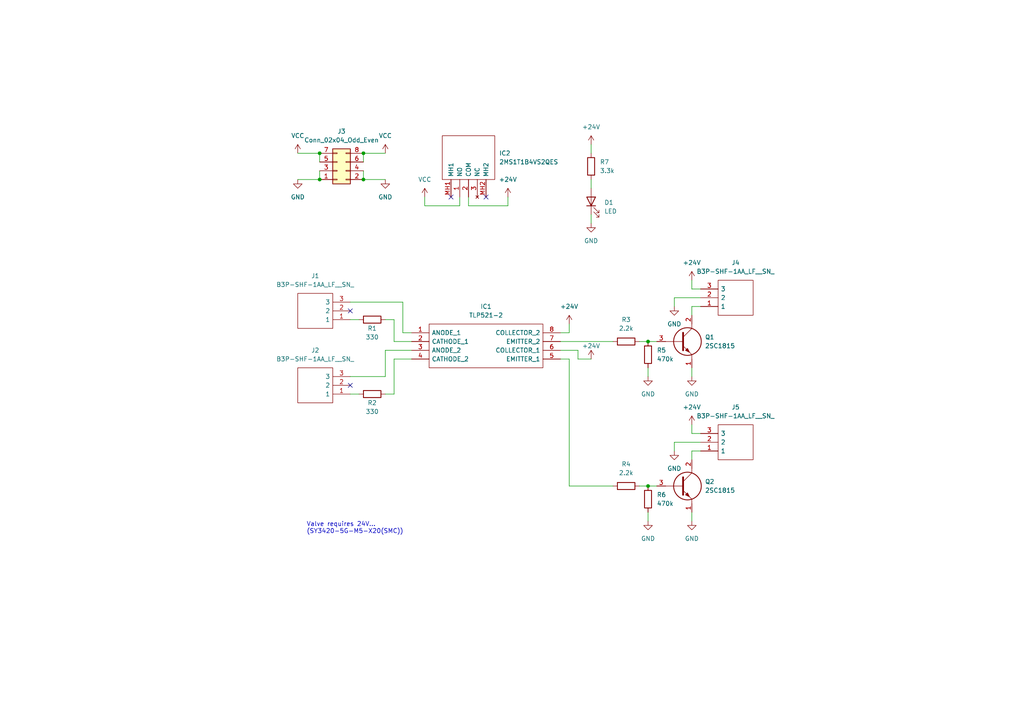
<source format=kicad_sch>
(kicad_sch (version 20211123) (generator eeschema)

  (uuid 0abc9807-d056-4b89-b0a0-403e73f9fa0c)

  (paper "A4")

  (lib_symbols
    (symbol "Connector_Generic:Conn_02x04_Odd_Even" (pin_names (offset 1.016) hide) (in_bom yes) (on_board yes)
      (property "Reference" "J" (id 0) (at 1.27 5.08 0)
        (effects (font (size 1.27 1.27)))
      )
      (property "Value" "Conn_02x04_Odd_Even" (id 1) (at 1.27 -7.62 0)
        (effects (font (size 1.27 1.27)))
      )
      (property "Footprint" "" (id 2) (at 0 0 0)
        (effects (font (size 1.27 1.27)) hide)
      )
      (property "Datasheet" "~" (id 3) (at 0 0 0)
        (effects (font (size 1.27 1.27)) hide)
      )
      (property "ki_keywords" "connector" (id 4) (at 0 0 0)
        (effects (font (size 1.27 1.27)) hide)
      )
      (property "ki_description" "Generic connector, double row, 02x04, odd/even pin numbering scheme (row 1 odd numbers, row 2 even numbers), script generated (kicad-library-utils/schlib/autogen/connector/)" (id 5) (at 0 0 0)
        (effects (font (size 1.27 1.27)) hide)
      )
      (property "ki_fp_filters" "Connector*:*_2x??_*" (id 6) (at 0 0 0)
        (effects (font (size 1.27 1.27)) hide)
      )
      (symbol "Conn_02x04_Odd_Even_1_1"
        (rectangle (start -1.27 -4.953) (end 0 -5.207)
          (stroke (width 0.1524) (type default) (color 0 0 0 0))
          (fill (type none))
        )
        (rectangle (start -1.27 -2.413) (end 0 -2.667)
          (stroke (width 0.1524) (type default) (color 0 0 0 0))
          (fill (type none))
        )
        (rectangle (start -1.27 0.127) (end 0 -0.127)
          (stroke (width 0.1524) (type default) (color 0 0 0 0))
          (fill (type none))
        )
        (rectangle (start -1.27 2.667) (end 0 2.413)
          (stroke (width 0.1524) (type default) (color 0 0 0 0))
          (fill (type none))
        )
        (rectangle (start -1.27 3.81) (end 3.81 -6.35)
          (stroke (width 0.254) (type default) (color 0 0 0 0))
          (fill (type background))
        )
        (rectangle (start 3.81 -4.953) (end 2.54 -5.207)
          (stroke (width 0.1524) (type default) (color 0 0 0 0))
          (fill (type none))
        )
        (rectangle (start 3.81 -2.413) (end 2.54 -2.667)
          (stroke (width 0.1524) (type default) (color 0 0 0 0))
          (fill (type none))
        )
        (rectangle (start 3.81 0.127) (end 2.54 -0.127)
          (stroke (width 0.1524) (type default) (color 0 0 0 0))
          (fill (type none))
        )
        (rectangle (start 3.81 2.667) (end 2.54 2.413)
          (stroke (width 0.1524) (type default) (color 0 0 0 0))
          (fill (type none))
        )
        (pin passive line (at -5.08 2.54 0) (length 3.81)
          (name "Pin_1" (effects (font (size 1.27 1.27))))
          (number "1" (effects (font (size 1.27 1.27))))
        )
        (pin passive line (at 7.62 2.54 180) (length 3.81)
          (name "Pin_2" (effects (font (size 1.27 1.27))))
          (number "2" (effects (font (size 1.27 1.27))))
        )
        (pin passive line (at -5.08 0 0) (length 3.81)
          (name "Pin_3" (effects (font (size 1.27 1.27))))
          (number "3" (effects (font (size 1.27 1.27))))
        )
        (pin passive line (at 7.62 0 180) (length 3.81)
          (name "Pin_4" (effects (font (size 1.27 1.27))))
          (number "4" (effects (font (size 1.27 1.27))))
        )
        (pin passive line (at -5.08 -2.54 0) (length 3.81)
          (name "Pin_5" (effects (font (size 1.27 1.27))))
          (number "5" (effects (font (size 1.27 1.27))))
        )
        (pin passive line (at 7.62 -2.54 180) (length 3.81)
          (name "Pin_6" (effects (font (size 1.27 1.27))))
          (number "6" (effects (font (size 1.27 1.27))))
        )
        (pin passive line (at -5.08 -5.08 0) (length 3.81)
          (name "Pin_7" (effects (font (size 1.27 1.27))))
          (number "7" (effects (font (size 1.27 1.27))))
        )
        (pin passive line (at 7.62 -5.08 180) (length 3.81)
          (name "Pin_8" (effects (font (size 1.27 1.27))))
          (number "8" (effects (font (size 1.27 1.27))))
        )
      )
    )
    (symbol "Device:LED" (pin_numbers hide) (pin_names (offset 1.016) hide) (in_bom yes) (on_board yes)
      (property "Reference" "D" (id 0) (at 0 2.54 0)
        (effects (font (size 1.27 1.27)))
      )
      (property "Value" "LED" (id 1) (at 0 -2.54 0)
        (effects (font (size 1.27 1.27)))
      )
      (property "Footprint" "" (id 2) (at 0 0 0)
        (effects (font (size 1.27 1.27)) hide)
      )
      (property "Datasheet" "~" (id 3) (at 0 0 0)
        (effects (font (size 1.27 1.27)) hide)
      )
      (property "ki_keywords" "LED diode" (id 4) (at 0 0 0)
        (effects (font (size 1.27 1.27)) hide)
      )
      (property "ki_description" "Light emitting diode" (id 5) (at 0 0 0)
        (effects (font (size 1.27 1.27)) hide)
      )
      (property "ki_fp_filters" "LED* LED_SMD:* LED_THT:*" (id 6) (at 0 0 0)
        (effects (font (size 1.27 1.27)) hide)
      )
      (symbol "LED_0_1"
        (polyline
          (pts
            (xy -1.27 -1.27)
            (xy -1.27 1.27)
          )
          (stroke (width 0.254) (type default) (color 0 0 0 0))
          (fill (type none))
        )
        (polyline
          (pts
            (xy -1.27 0)
            (xy 1.27 0)
          )
          (stroke (width 0) (type default) (color 0 0 0 0))
          (fill (type none))
        )
        (polyline
          (pts
            (xy 1.27 -1.27)
            (xy 1.27 1.27)
            (xy -1.27 0)
            (xy 1.27 -1.27)
          )
          (stroke (width 0.254) (type default) (color 0 0 0 0))
          (fill (type none))
        )
        (polyline
          (pts
            (xy -3.048 -0.762)
            (xy -4.572 -2.286)
            (xy -3.81 -2.286)
            (xy -4.572 -2.286)
            (xy -4.572 -1.524)
          )
          (stroke (width 0) (type default) (color 0 0 0 0))
          (fill (type none))
        )
        (polyline
          (pts
            (xy -1.778 -0.762)
            (xy -3.302 -2.286)
            (xy -2.54 -2.286)
            (xy -3.302 -2.286)
            (xy -3.302 -1.524)
          )
          (stroke (width 0) (type default) (color 0 0 0 0))
          (fill (type none))
        )
      )
      (symbol "LED_1_1"
        (pin passive line (at -3.81 0 0) (length 2.54)
          (name "K" (effects (font (size 1.27 1.27))))
          (number "1" (effects (font (size 1.27 1.27))))
        )
        (pin passive line (at 3.81 0 180) (length 2.54)
          (name "A" (effects (font (size 1.27 1.27))))
          (number "2" (effects (font (size 1.27 1.27))))
        )
      )
    )
    (symbol "Device:R" (pin_numbers hide) (pin_names (offset 0)) (in_bom yes) (on_board yes)
      (property "Reference" "R" (id 0) (at 2.032 0 90)
        (effects (font (size 1.27 1.27)))
      )
      (property "Value" "R" (id 1) (at 0 0 90)
        (effects (font (size 1.27 1.27)))
      )
      (property "Footprint" "" (id 2) (at -1.778 0 90)
        (effects (font (size 1.27 1.27)) hide)
      )
      (property "Datasheet" "~" (id 3) (at 0 0 0)
        (effects (font (size 1.27 1.27)) hide)
      )
      (property "ki_keywords" "R res resistor" (id 4) (at 0 0 0)
        (effects (font (size 1.27 1.27)) hide)
      )
      (property "ki_description" "Resistor" (id 5) (at 0 0 0)
        (effects (font (size 1.27 1.27)) hide)
      )
      (property "ki_fp_filters" "R_*" (id 6) (at 0 0 0)
        (effects (font (size 1.27 1.27)) hide)
      )
      (symbol "R_0_1"
        (rectangle (start -1.016 -2.54) (end 1.016 2.54)
          (stroke (width 0.254) (type default) (color 0 0 0 0))
          (fill (type none))
        )
      )
      (symbol "R_1_1"
        (pin passive line (at 0 3.81 270) (length 1.27)
          (name "~" (effects (font (size 1.27 1.27))))
          (number "1" (effects (font (size 1.27 1.27))))
        )
        (pin passive line (at 0 -3.81 90) (length 1.27)
          (name "~" (effects (font (size 1.27 1.27))))
          (number "2" (effects (font (size 1.27 1.27))))
        )
      )
    )
    (symbol "SamacSys_Parts:2MS1T1B4VS2QES" (pin_names (offset 0.762)) (in_bom yes) (on_board yes)
      (property "Reference" "IC" (id 0) (at 19.05 7.62 0)
        (effects (font (size 1.27 1.27)) (justify left))
      )
      (property "Value" "2MS1T1B4VS2QES" (id 1) (at 19.05 5.08 0)
        (effects (font (size 1.27 1.27)) (justify left))
      )
      (property "Footprint" "2MS1T1B4VS2QES" (id 2) (at 19.05 2.54 0)
        (effects (font (size 1.27 1.27)) (justify left) hide)
      )
      (property "Datasheet" "https://akizukidenshi.com/download/ds/cosland/2MS1-T1-B4-VS2-Q-E-S.pdf" (id 3) (at 19.05 0 0)
        (effects (font (size 1.27 1.27)) (justify left) hide)
      )
      (property "Description" "Dailywell" (id 4) (at 19.05 -2.54 0)
        (effects (font (size 1.27 1.27)) (justify left) hide)
      )
      (property "Height" "23.61" (id 5) (at 19.05 -5.08 0)
        (effects (font (size 1.27 1.27)) (justify left) hide)
      )
      (property "Manufacturer_Name" "Dailywell" (id 6) (at 19.05 -7.62 0)
        (effects (font (size 1.27 1.27)) (justify left) hide)
      )
      (property "Manufacturer_Part_Number" "2MS1T1B4VS2QES" (id 7) (at 19.05 -10.16 0)
        (effects (font (size 1.27 1.27)) (justify left) hide)
      )
      (property "Mouser Part Number" "N/A" (id 8) (at 19.05 -12.7 0)
        (effects (font (size 1.27 1.27)) (justify left) hide)
      )
      (property "Mouser Price/Stock" "https://www.mouser.co.uk/ProductDetail/Dailywell/2MS1T1B4VS2QES?qs=Zz7%252BYVVL6bHHqAn5ycuDAQ%3D%3D" (id 9) (at 19.05 -15.24 0)
        (effects (font (size 1.27 1.27)) (justify left) hide)
      )
      (property "Arrow Part Number" "" (id 10) (at 19.05 -17.78 0)
        (effects (font (size 1.27 1.27)) (justify left) hide)
      )
      (property "Arrow Price/Stock" "" (id 11) (at 19.05 -20.32 0)
        (effects (font (size 1.27 1.27)) (justify left) hide)
      )
      (property "Mouser Testing Part Number" "" (id 12) (at 19.05 -22.86 0)
        (effects (font (size 1.27 1.27)) (justify left) hide)
      )
      (property "Mouser Testing Price/Stock" "" (id 13) (at 19.05 -25.4 0)
        (effects (font (size 1.27 1.27)) (justify left) hide)
      )
      (property "ki_description" "Dailywell" (id 14) (at 0 0 0)
        (effects (font (size 1.27 1.27)) hide)
      )
      (symbol "2MS1T1B4VS2QES_0_0"
        (pin passive line (at 0 -2.54 0) (length 5.08)
          (name "NO" (effects (font (size 1.27 1.27))))
          (number "1" (effects (font (size 1.27 1.27))))
        )
        (pin passive line (at 0 -5.08 0) (length 5.08)
          (name "COM" (effects (font (size 1.27 1.27))))
          (number "2" (effects (font (size 1.27 1.27))))
        )
        (pin no_connect line (at 0 -7.62 0) (length 5.08)
          (name "NC" (effects (font (size 1.27 1.27))))
          (number "3" (effects (font (size 1.27 1.27))))
        )
        (pin passive line (at 0 0 0) (length 5.08)
          (name "MH1" (effects (font (size 1.27 1.27))))
          (number "MH1" (effects (font (size 1.27 1.27))))
        )
        (pin passive line (at 0 -10.16 0) (length 5.08)
          (name "MH2" (effects (font (size 1.27 1.27))))
          (number "MH2" (effects (font (size 1.27 1.27))))
        )
      )
      (symbol "2MS1T1B4VS2QES_0_1"
        (polyline
          (pts
            (xy 5.08 2.54)
            (xy 17.78 2.54)
            (xy 17.78 -12.7)
            (xy 5.08 -12.7)
            (xy 5.08 2.54)
          )
          (stroke (width 0.1524) (type default) (color 0 0 0 0))
          (fill (type none))
        )
      )
    )
    (symbol "SamacSys_Parts:2SC1815" (pin_names (offset 0.762)) (in_bom yes) (on_board yes)
      (property "Reference" "Q" (id 0) (at 13.97 1.27 0)
        (effects (font (size 1.27 1.27)) (justify left))
      )
      (property "Value" "2SC1815" (id 1) (at 13.97 -1.27 0)
        (effects (font (size 1.27 1.27)) (justify left))
      )
      (property "Footprint" "CS_TO-92" (id 2) (at 13.97 -3.81 0)
        (effects (font (size 1.27 1.27)) (justify left) hide)
      )
      (property "Datasheet" "http://www.mouser.com/datasheet/2/68/2sc1815-1149989.pdf" (id 3) (at 13.97 -6.35 0)
        (effects (font (size 1.27 1.27)) (justify left) hide)
      )
      (property "Description" "Bipolar Transistors - BJT 60Vcbo 50Vceo 5.0V 150mA 400mA 400mW" (id 4) (at 13.97 -8.89 0)
        (effects (font (size 1.27 1.27)) (justify left) hide)
      )
      (property "Height" "" (id 5) (at 13.97 -11.43 0)
        (effects (font (size 1.27 1.27)) (justify left) hide)
      )
      (property "Manufacturer_Name" "Central Semiconductor" (id 6) (at 13.97 -13.97 0)
        (effects (font (size 1.27 1.27)) (justify left) hide)
      )
      (property "Manufacturer_Part_Number" "2SC1815" (id 7) (at 13.97 -16.51 0)
        (effects (font (size 1.27 1.27)) (justify left) hide)
      )
      (property "Mouser Part Number" "610-2SC1815" (id 8) (at 13.97 -19.05 0)
        (effects (font (size 1.27 1.27)) (justify left) hide)
      )
      (property "Mouser Price/Stock" "https://www.mouser.com/Search/Refine.aspx?Keyword=610-2SC1815" (id 9) (at 13.97 -21.59 0)
        (effects (font (size 1.27 1.27)) (justify left) hide)
      )
      (property "Arrow Part Number" "" (id 10) (at 13.97 -24.13 0)
        (effects (font (size 1.27 1.27)) (justify left) hide)
      )
      (property "Arrow Price/Stock" "" (id 11) (at 13.97 -26.67 0)
        (effects (font (size 1.27 1.27)) (justify left) hide)
      )
      (property "Mouser Testing Part Number" "" (id 12) (at 13.97 -29.21 0)
        (effects (font (size 1.27 1.27)) (justify left) hide)
      )
      (property "Mouser Testing Price/Stock" "" (id 13) (at 13.97 -31.75 0)
        (effects (font (size 1.27 1.27)) (justify left) hide)
      )
      (property "ki_description" "Bipolar Transistors - BJT 60Vcbo 50Vceo 5.0V 150mA 400mA 400mW" (id 14) (at 0 0 0)
        (effects (font (size 1.27 1.27)) hide)
      )
      (symbol "2SC1815_0_0"
        (pin passive line (at 10.16 -7.62 90) (length 2.54)
          (name "~" (effects (font (size 1.27 1.27))))
          (number "1" (effects (font (size 1.27 1.27))))
        )
        (pin passive line (at 10.16 7.62 270) (length 2.54)
          (name "~" (effects (font (size 1.27 1.27))))
          (number "2" (effects (font (size 1.27 1.27))))
        )
        (pin passive line (at 0 0 0) (length 2.54)
          (name "~" (effects (font (size 1.27 1.27))))
          (number "3" (effects (font (size 1.27 1.27))))
        )
      )
      (symbol "2SC1815_0_1"
        (polyline
          (pts
            (xy 2.54 0)
            (xy 7.62 0)
          )
          (stroke (width 0.1524) (type default) (color 0 0 0 0))
          (fill (type none))
        )
        (polyline
          (pts
            (xy 7.62 -1.27)
            (xy 10.16 -3.81)
          )
          (stroke (width 0.1524) (type default) (color 0 0 0 0))
          (fill (type none))
        )
        (polyline
          (pts
            (xy 7.62 1.27)
            (xy 10.16 3.81)
          )
          (stroke (width 0.1524) (type default) (color 0 0 0 0))
          (fill (type none))
        )
        (polyline
          (pts
            (xy 7.62 2.54)
            (xy 7.62 -2.54)
          )
          (stroke (width 0.508) (type default) (color 0 0 0 0))
          (fill (type none))
        )
        (polyline
          (pts
            (xy 10.16 -3.81)
            (xy 10.16 -5.08)
          )
          (stroke (width 0.1524) (type default) (color 0 0 0 0))
          (fill (type none))
        )
        (polyline
          (pts
            (xy 10.16 3.81)
            (xy 10.16 5.08)
          )
          (stroke (width 0.1524) (type default) (color 0 0 0 0))
          (fill (type none))
        )
        (polyline
          (pts
            (xy 8.382 -2.54)
            (xy 8.89 -2.032)
            (xy 9.398 -3.048)
            (xy 8.382 -2.54)
          )
          (stroke (width 0.254) (type default) (color 0 0 0 0))
          (fill (type outline))
        )
        (circle (center 8.89 0) (radius 4.0132)
          (stroke (width 0.254) (type default) (color 0 0 0 0))
          (fill (type none))
        )
      )
    )
    (symbol "SamacSys_Parts:B3P-SHF-1AA_LF__SN_" (pin_names (offset 0.762)) (in_bom yes) (on_board yes)
      (property "Reference" "J" (id 0) (at 16.51 7.62 0)
        (effects (font (size 1.27 1.27)) (justify left))
      )
      (property "Value" "B3P-SHF-1AA_LF__SN_" (id 1) (at 16.51 5.08 0)
        (effects (font (size 1.27 1.27)) (justify left))
      )
      (property "Footprint" "HDRV3W80P0X250_1X3_750X560X920P" (id 2) (at 16.51 2.54 0)
        (effects (font (size 1.27 1.27)) (justify left) hide)
      )
      (property "Datasheet" "http://uk.rs-online.com/web/p/products/5362224" (id 3) (at 16.51 0 0)
        (effects (font (size 1.27 1.27)) (justify left) hide)
      )
      (property "Description" "JST HVQ Series, 2.5mm Pitch 3 Way 1 Row Straight PCB Header, Solder Termination, 3A" (id 4) (at 16.51 -2.54 0)
        (effects (font (size 1.27 1.27)) (justify left) hide)
      )
      (property "Height" "9.2" (id 5) (at 16.51 -5.08 0)
        (effects (font (size 1.27 1.27)) (justify left) hide)
      )
      (property "Manufacturer_Name" "JST (JAPAN SOLDERLESS TERMINALS)" (id 6) (at 16.51 -7.62 0)
        (effects (font (size 1.27 1.27)) (justify left) hide)
      )
      (property "Manufacturer_Part_Number" "B3P-SHF-1AA(LF)(SN)" (id 7) (at 16.51 -10.16 0)
        (effects (font (size 1.27 1.27)) (justify left) hide)
      )
      (property "Mouser Part Number" "" (id 8) (at 16.51 -12.7 0)
        (effects (font (size 1.27 1.27)) (justify left) hide)
      )
      (property "Mouser Price/Stock" "" (id 9) (at 16.51 -15.24 0)
        (effects (font (size 1.27 1.27)) (justify left) hide)
      )
      (property "Arrow Part Number" "B3P-SHF-1AA(LF)(SN)" (id 10) (at 16.51 -17.78 0)
        (effects (font (size 1.27 1.27)) (justify left) hide)
      )
      (property "Arrow Price/Stock" "https://www.arrow.com/en/products/b3p-shf-1aa-lf-sn/jst-manufacturing?region=europe" (id 11) (at 16.51 -20.32 0)
        (effects (font (size 1.27 1.27)) (justify left) hide)
      )
      (property "Mouser Testing Part Number" "" (id 12) (at 16.51 -22.86 0)
        (effects (font (size 1.27 1.27)) (justify left) hide)
      )
      (property "Mouser Testing Price/Stock" "" (id 13) (at 16.51 -25.4 0)
        (effects (font (size 1.27 1.27)) (justify left) hide)
      )
      (property "ki_description" "JST HVQ Series, 2.5mm Pitch 3 Way 1 Row Straight PCB Header, Solder Termination, 3A" (id 14) (at 0 0 0)
        (effects (font (size 1.27 1.27)) hide)
      )
      (symbol "B3P-SHF-1AA_LF__SN__0_0"
        (pin passive line (at 0 0 0) (length 5.08)
          (name "1" (effects (font (size 1.27 1.27))))
          (number "1" (effects (font (size 1.27 1.27))))
        )
        (pin passive line (at 0 -2.54 0) (length 5.08)
          (name "2" (effects (font (size 1.27 1.27))))
          (number "2" (effects (font (size 1.27 1.27))))
        )
        (pin passive line (at 0 -5.08 0) (length 5.08)
          (name "3" (effects (font (size 1.27 1.27))))
          (number "3" (effects (font (size 1.27 1.27))))
        )
      )
      (symbol "B3P-SHF-1AA_LF__SN__0_1"
        (polyline
          (pts
            (xy 5.08 2.54)
            (xy 15.24 2.54)
            (xy 15.24 -7.62)
            (xy 5.08 -7.62)
            (xy 5.08 2.54)
          )
          (stroke (width 0.1524) (type default) (color 0 0 0 0))
          (fill (type none))
        )
      )
    )
    (symbol "SamacSys_Parts:TLP521-2" (pin_names (offset 0.762)) (in_bom yes) (on_board yes)
      (property "Reference" "IC" (id 0) (at 39.37 7.62 0)
        (effects (font (size 1.27 1.27)) (justify left))
      )
      (property "Value" "TLP521-2" (id 1) (at 39.37 5.08 0)
        (effects (font (size 1.27 1.27)) (justify left))
      )
      (property "Footprint" "DIP832W60P254L966H380Q8N" (id 2) (at 39.37 2.54 0)
        (effects (font (size 1.27 1.27)) (justify left) hide)
      )
      (property "Datasheet" "https://4donline.ihs.com/images/VipMasterIC/IC/TOSC/TOSC-S-A0009554558/TOSC-S-A0009554578-1.pdf?hkey=EF798316E3902B6ED9A73243A3159BB0" (id 3) (at 39.37 0 0)
        (effects (font (size 1.27 1.27)) (justify left) hide)
      )
      (property "Description" "Tlp521-2 Datasheet, Distributors and Pricing. Free Tlp521-2 PDF Download. Contains over 70 million datasheets. Tlp521-2, Transistor, Diode, Capacitor. Fast & Simple Search. Update Datasheet Everyday. Biggest Datasheet Search. 400,000+ Searches / day." (id 4) (at 39.37 -2.54 0)
        (effects (font (size 1.27 1.27)) (justify left) hide)
      )
      (property "Height" "3.8" (id 5) (at 39.37 -5.08 0)
        (effects (font (size 1.27 1.27)) (justify left) hide)
      )
      (property "Manufacturer_Name" "Toshiba" (id 6) (at 39.37 -7.62 0)
        (effects (font (size 1.27 1.27)) (justify left) hide)
      )
      (property "Manufacturer_Part_Number" "TLP521-2" (id 7) (at 39.37 -10.16 0)
        (effects (font (size 1.27 1.27)) (justify left) hide)
      )
      (property "Mouser Part Number" "" (id 8) (at 39.37 -12.7 0)
        (effects (font (size 1.27 1.27)) (justify left) hide)
      )
      (property "Mouser Price/Stock" "" (id 9) (at 39.37 -15.24 0)
        (effects (font (size 1.27 1.27)) (justify left) hide)
      )
      (property "Arrow Part Number" "" (id 10) (at 39.37 -17.78 0)
        (effects (font (size 1.27 1.27)) (justify left) hide)
      )
      (property "Arrow Price/Stock" "" (id 11) (at 39.37 -20.32 0)
        (effects (font (size 1.27 1.27)) (justify left) hide)
      )
      (property "Mouser Testing Part Number" "" (id 12) (at 39.37 -22.86 0)
        (effects (font (size 1.27 1.27)) (justify left) hide)
      )
      (property "Mouser Testing Price/Stock" "" (id 13) (at 39.37 -25.4 0)
        (effects (font (size 1.27 1.27)) (justify left) hide)
      )
      (property "ki_description" "Tlp521-2 Datasheet, Distributors and Pricing. Free Tlp521-2 PDF Download. Contains over 70 million datasheets. Tlp521-2, Transistor, Diode, Capacitor. Fast & Simple Search. Update Datasheet Everyday. Biggest Datasheet Search. 400,000+ Searches / day." (id 14) (at 0 0 0)
        (effects (font (size 1.27 1.27)) hide)
      )
      (symbol "TLP521-2_0_0"
        (pin passive line (at 0 0 0) (length 5.08)
          (name "ANODE_1" (effects (font (size 1.27 1.27))))
          (number "1" (effects (font (size 1.27 1.27))))
        )
        (pin passive line (at 0 -2.54 0) (length 5.08)
          (name "CATHODE_1" (effects (font (size 1.27 1.27))))
          (number "2" (effects (font (size 1.27 1.27))))
        )
        (pin passive line (at 0 -5.08 0) (length 5.08)
          (name "ANODE_2" (effects (font (size 1.27 1.27))))
          (number "3" (effects (font (size 1.27 1.27))))
        )
        (pin passive line (at 0 -7.62 0) (length 5.08)
          (name "CATHODE_2" (effects (font (size 1.27 1.27))))
          (number "4" (effects (font (size 1.27 1.27))))
        )
        (pin passive line (at 43.18 -7.62 180) (length 5.08)
          (name "EMITTER_1" (effects (font (size 1.27 1.27))))
          (number "5" (effects (font (size 1.27 1.27))))
        )
        (pin passive line (at 43.18 -5.08 180) (length 5.08)
          (name "COLLECTOR_1" (effects (font (size 1.27 1.27))))
          (number "6" (effects (font (size 1.27 1.27))))
        )
        (pin passive line (at 43.18 -2.54 180) (length 5.08)
          (name "EMITTER_2" (effects (font (size 1.27 1.27))))
          (number "7" (effects (font (size 1.27 1.27))))
        )
        (pin passive line (at 43.18 0 180) (length 5.08)
          (name "COLLECTOR_2" (effects (font (size 1.27 1.27))))
          (number "8" (effects (font (size 1.27 1.27))))
        )
      )
      (symbol "TLP521-2_0_1"
        (polyline
          (pts
            (xy 5.08 2.54)
            (xy 38.1 2.54)
            (xy 38.1 -10.16)
            (xy 5.08 -10.16)
            (xy 5.08 2.54)
          )
          (stroke (width 0.1524) (type default) (color 0 0 0 0))
          (fill (type none))
        )
      )
    )
    (symbol "power:+24V" (power) (pin_names (offset 0)) (in_bom yes) (on_board yes)
      (property "Reference" "#PWR" (id 0) (at 0 -3.81 0)
        (effects (font (size 1.27 1.27)) hide)
      )
      (property "Value" "+24V" (id 1) (at 0 3.556 0)
        (effects (font (size 1.27 1.27)))
      )
      (property "Footprint" "" (id 2) (at 0 0 0)
        (effects (font (size 1.27 1.27)) hide)
      )
      (property "Datasheet" "" (id 3) (at 0 0 0)
        (effects (font (size 1.27 1.27)) hide)
      )
      (property "ki_keywords" "global power" (id 4) (at 0 0 0)
        (effects (font (size 1.27 1.27)) hide)
      )
      (property "ki_description" "Power symbol creates a global label with name \"+24V\"" (id 5) (at 0 0 0)
        (effects (font (size 1.27 1.27)) hide)
      )
      (symbol "+24V_0_1"
        (polyline
          (pts
            (xy -0.762 1.27)
            (xy 0 2.54)
          )
          (stroke (width 0) (type default) (color 0 0 0 0))
          (fill (type none))
        )
        (polyline
          (pts
            (xy 0 0)
            (xy 0 2.54)
          )
          (stroke (width 0) (type default) (color 0 0 0 0))
          (fill (type none))
        )
        (polyline
          (pts
            (xy 0 2.54)
            (xy 0.762 1.27)
          )
          (stroke (width 0) (type default) (color 0 0 0 0))
          (fill (type none))
        )
      )
      (symbol "+24V_1_1"
        (pin power_in line (at 0 0 90) (length 0) hide
          (name "+24V" (effects (font (size 1.27 1.27))))
          (number "1" (effects (font (size 1.27 1.27))))
        )
      )
    )
    (symbol "power:GND" (power) (pin_names (offset 0)) (in_bom yes) (on_board yes)
      (property "Reference" "#PWR" (id 0) (at 0 -6.35 0)
        (effects (font (size 1.27 1.27)) hide)
      )
      (property "Value" "GND" (id 1) (at 0 -3.81 0)
        (effects (font (size 1.27 1.27)))
      )
      (property "Footprint" "" (id 2) (at 0 0 0)
        (effects (font (size 1.27 1.27)) hide)
      )
      (property "Datasheet" "" (id 3) (at 0 0 0)
        (effects (font (size 1.27 1.27)) hide)
      )
      (property "ki_keywords" "global power" (id 4) (at 0 0 0)
        (effects (font (size 1.27 1.27)) hide)
      )
      (property "ki_description" "Power symbol creates a global label with name \"GND\" , ground" (id 5) (at 0 0 0)
        (effects (font (size 1.27 1.27)) hide)
      )
      (symbol "GND_0_1"
        (polyline
          (pts
            (xy 0 0)
            (xy 0 -1.27)
            (xy 1.27 -1.27)
            (xy 0 -2.54)
            (xy -1.27 -1.27)
            (xy 0 -1.27)
          )
          (stroke (width 0) (type default) (color 0 0 0 0))
          (fill (type none))
        )
      )
      (symbol "GND_1_1"
        (pin power_in line (at 0 0 270) (length 0) hide
          (name "GND" (effects (font (size 1.27 1.27))))
          (number "1" (effects (font (size 1.27 1.27))))
        )
      )
    )
    (symbol "power:VCC" (power) (pin_names (offset 0)) (in_bom yes) (on_board yes)
      (property "Reference" "#PWR" (id 0) (at 0 -3.81 0)
        (effects (font (size 1.27 1.27)) hide)
      )
      (property "Value" "VCC" (id 1) (at 0 3.81 0)
        (effects (font (size 1.27 1.27)))
      )
      (property "Footprint" "" (id 2) (at 0 0 0)
        (effects (font (size 1.27 1.27)) hide)
      )
      (property "Datasheet" "" (id 3) (at 0 0 0)
        (effects (font (size 1.27 1.27)) hide)
      )
      (property "ki_keywords" "global power" (id 4) (at 0 0 0)
        (effects (font (size 1.27 1.27)) hide)
      )
      (property "ki_description" "Power symbol creates a global label with name \"VCC\"" (id 5) (at 0 0 0)
        (effects (font (size 1.27 1.27)) hide)
      )
      (symbol "VCC_0_1"
        (polyline
          (pts
            (xy -0.762 1.27)
            (xy 0 2.54)
          )
          (stroke (width 0) (type default) (color 0 0 0 0))
          (fill (type none))
        )
        (polyline
          (pts
            (xy 0 0)
            (xy 0 2.54)
          )
          (stroke (width 0) (type default) (color 0 0 0 0))
          (fill (type none))
        )
        (polyline
          (pts
            (xy 0 2.54)
            (xy 0.762 1.27)
          )
          (stroke (width 0) (type default) (color 0 0 0 0))
          (fill (type none))
        )
      )
      (symbol "VCC_1_1"
        (pin power_in line (at 0 0 90) (length 0) hide
          (name "VCC" (effects (font (size 1.27 1.27))))
          (number "1" (effects (font (size 1.27 1.27))))
        )
      )
    )
  )

  (junction (at 105.41 44.45) (diameter 0) (color 0 0 0 0)
    (uuid 0cb8dd82-0ce6-440d-b57e-60767b1de5e4)
  )
  (junction (at 105.41 52.07) (diameter 0) (color 0 0 0 0)
    (uuid 0d8e06cb-6373-4820-a8bc-0fc0b542b5e2)
  )
  (junction (at 92.71 52.07) (diameter 0) (color 0 0 0 0)
    (uuid 4a505d36-d016-4876-957b-290711244c4c)
  )
  (junction (at 92.71 44.45) (diameter 0) (color 0 0 0 0)
    (uuid 6546f837-3f6a-4063-b428-eaed7eff29bc)
  )
  (junction (at 187.96 140.97) (diameter 0) (color 0 0 0 0)
    (uuid c07fac8a-ac9e-4bd9-a227-7d56995f5789)
  )
  (junction (at 187.96 99.06) (diameter 0) (color 0 0 0 0)
    (uuid cb7962af-d30a-48b8-82cc-f5acaff2d169)
  )

  (no_connect (at 101.6 90.17) (uuid 438f21e6-29c9-4e18-a8d9-ccb6a21afc98))
  (no_connect (at 140.97 57.15) (uuid a389218c-48f3-4c05-82ac-8f61282d3451))
  (no_connect (at 101.6 111.76) (uuid f83e26d5-fef4-4578-a1b5-b32a6b3bdf70))
  (no_connect (at 130.81 57.15) (uuid fa6eea67-beda-4361-be5b-3597b948ae76))

  (wire (pts (xy 171.45 104.14) (xy 167.64 104.14))
    (stroke (width 0) (type default) (color 0 0 0 0))
    (uuid 02a9fa21-1b44-4c9c-a527-fda441a799ab)
  )
  (wire (pts (xy 165.1 104.14) (xy 165.1 140.97))
    (stroke (width 0) (type default) (color 0 0 0 0))
    (uuid 0b932362-57f5-4124-9121-a8e10bf97762)
  )
  (wire (pts (xy 187.96 106.68) (xy 187.96 109.22))
    (stroke (width 0) (type default) (color 0 0 0 0))
    (uuid 0f39849f-3680-4499-8e7f-f6adfbb5ecaa)
  )
  (wire (pts (xy 200.66 133.35) (xy 200.66 130.81))
    (stroke (width 0) (type default) (color 0 0 0 0))
    (uuid 1144c6af-db8c-48c2-bcfd-d922edb2f10b)
  )
  (wire (pts (xy 171.45 41.91) (xy 171.45 44.45))
    (stroke (width 0) (type default) (color 0 0 0 0))
    (uuid 1cf3f0d7-46c8-4355-bbe3-6def7bc1396f)
  )
  (wire (pts (xy 187.96 140.97) (xy 190.5 140.97))
    (stroke (width 0) (type default) (color 0 0 0 0))
    (uuid 222f3317-b3d2-4865-9f17-0a56bbd04922)
  )
  (wire (pts (xy 101.6 109.22) (xy 111.76 109.22))
    (stroke (width 0) (type default) (color 0 0 0 0))
    (uuid 25ffa89e-15de-4330-b762-9b8926057e6b)
  )
  (wire (pts (xy 195.58 86.36) (xy 195.58 88.9))
    (stroke (width 0) (type default) (color 0 0 0 0))
    (uuid 27f91f33-3dce-42c4-9863-f2571a48f220)
  )
  (wire (pts (xy 119.38 101.6) (xy 111.76 101.6))
    (stroke (width 0) (type default) (color 0 0 0 0))
    (uuid 29ae24df-829a-4cae-9d3b-a1e4feabe2fa)
  )
  (wire (pts (xy 119.38 99.06) (xy 114.3 99.06))
    (stroke (width 0) (type default) (color 0 0 0 0))
    (uuid 29cff304-22bc-4246-8734-18394d0f6429)
  )
  (wire (pts (xy 111.76 101.6) (xy 111.76 109.22))
    (stroke (width 0) (type default) (color 0 0 0 0))
    (uuid 2a218160-a443-4c06-9fa5-ddce2dd59ed3)
  )
  (wire (pts (xy 171.45 62.23) (xy 171.45 64.77))
    (stroke (width 0) (type default) (color 0 0 0 0))
    (uuid 2d8e1ddd-ee75-4fad-9d68-ff9963a2aa49)
  )
  (wire (pts (xy 116.84 96.52) (xy 119.38 96.52))
    (stroke (width 0) (type default) (color 0 0 0 0))
    (uuid 349db6a1-fcaa-440e-8a78-ac1d07e20fd5)
  )
  (wire (pts (xy 101.6 92.71) (xy 104.14 92.71))
    (stroke (width 0) (type default) (color 0 0 0 0))
    (uuid 35e3cb0d-3680-408b-978c-98696933da85)
  )
  (wire (pts (xy 147.32 59.69) (xy 147.32 57.15))
    (stroke (width 0) (type default) (color 0 0 0 0))
    (uuid 375f0b91-eecc-4570-ac41-8355bf930d51)
  )
  (wire (pts (xy 185.42 140.97) (xy 187.96 140.97))
    (stroke (width 0) (type default) (color 0 0 0 0))
    (uuid 40b8b4dd-4e17-4f61-aae3-806b21c6caba)
  )
  (wire (pts (xy 200.66 88.9) (xy 203.2 88.9))
    (stroke (width 0) (type default) (color 0 0 0 0))
    (uuid 432d2cb8-9c47-4c3b-b868-586ac19cbe21)
  )
  (wire (pts (xy 105.41 44.45) (xy 105.41 46.99))
    (stroke (width 0) (type default) (color 0 0 0 0))
    (uuid 49e17570-330c-43c5-935c-f4d8bf12811b)
  )
  (wire (pts (xy 165.1 140.97) (xy 177.8 140.97))
    (stroke (width 0) (type default) (color 0 0 0 0))
    (uuid 4afed878-a78a-474f-bef1-377ea8700c3e)
  )
  (wire (pts (xy 200.66 106.68) (xy 200.66 109.22))
    (stroke (width 0) (type default) (color 0 0 0 0))
    (uuid 4b2babf1-a4a2-4540-b45e-21cb4513d6a2)
  )
  (wire (pts (xy 162.56 101.6) (xy 167.64 101.6))
    (stroke (width 0) (type default) (color 0 0 0 0))
    (uuid 4cb3afe2-6cf5-40cb-8845-43612d8c80ca)
  )
  (wire (pts (xy 203.2 86.36) (xy 195.58 86.36))
    (stroke (width 0) (type default) (color 0 0 0 0))
    (uuid 5cdc1ae3-f20e-47a7-a7bc-4a6b5894ed1d)
  )
  (wire (pts (xy 135.89 57.15) (xy 135.89 59.69))
    (stroke (width 0) (type default) (color 0 0 0 0))
    (uuid 5eb66aaf-0f02-4c18-b869-437a9c820d87)
  )
  (wire (pts (xy 105.41 52.07) (xy 105.41 49.53))
    (stroke (width 0) (type default) (color 0 0 0 0))
    (uuid 5f76569c-b122-41da-8000-c3f70e2ce48c)
  )
  (wire (pts (xy 162.56 104.14) (xy 165.1 104.14))
    (stroke (width 0) (type default) (color 0 0 0 0))
    (uuid 64643d6b-3929-4243-8c60-2fa0db29719a)
  )
  (wire (pts (xy 86.36 44.45) (xy 92.71 44.45))
    (stroke (width 0) (type default) (color 0 0 0 0))
    (uuid 6b004303-dd55-4d04-b441-43ee116bde56)
  )
  (wire (pts (xy 200.66 123.19) (xy 200.66 125.73))
    (stroke (width 0) (type default) (color 0 0 0 0))
    (uuid 74793333-b790-4f28-943e-32858c113a58)
  )
  (wire (pts (xy 187.96 99.06) (xy 190.5 99.06))
    (stroke (width 0) (type default) (color 0 0 0 0))
    (uuid 838bf799-0ece-4131-9329-24560907561b)
  )
  (wire (pts (xy 135.89 59.69) (xy 147.32 59.69))
    (stroke (width 0) (type default) (color 0 0 0 0))
    (uuid 86c17699-74c0-4859-b449-26d89dc4163e)
  )
  (wire (pts (xy 200.66 125.73) (xy 203.2 125.73))
    (stroke (width 0) (type default) (color 0 0 0 0))
    (uuid 8fdcffcb-e865-4336-9ebc-bcb4aa5fecdd)
  )
  (wire (pts (xy 116.84 87.63) (xy 116.84 96.52))
    (stroke (width 0) (type default) (color 0 0 0 0))
    (uuid 95b13f94-ff6c-4fbb-ae0d-3bb809ca48e5)
  )
  (wire (pts (xy 105.41 44.45) (xy 111.76 44.45))
    (stroke (width 0) (type default) (color 0 0 0 0))
    (uuid 95dfd752-d68e-4535-9198-abf6ff491c5b)
  )
  (wire (pts (xy 171.45 52.07) (xy 171.45 54.61))
    (stroke (width 0) (type default) (color 0 0 0 0))
    (uuid 99c54172-1482-41e3-bf9a-df63950f8571)
  )
  (wire (pts (xy 101.6 87.63) (xy 116.84 87.63))
    (stroke (width 0) (type default) (color 0 0 0 0))
    (uuid 9c41c5fb-c4cd-4b23-802d-fffe6ba85bf0)
  )
  (wire (pts (xy 123.19 59.69) (xy 133.35 59.69))
    (stroke (width 0) (type default) (color 0 0 0 0))
    (uuid a39c901e-b597-4a72-993a-4592bf5cf351)
  )
  (wire (pts (xy 101.6 114.3) (xy 104.14 114.3))
    (stroke (width 0) (type default) (color 0 0 0 0))
    (uuid a4716a90-7965-4055-9581-1be49116408a)
  )
  (wire (pts (xy 105.41 52.07) (xy 111.76 52.07))
    (stroke (width 0) (type default) (color 0 0 0 0))
    (uuid a4bbd568-d605-44f3-b0b2-8c5fee9dde25)
  )
  (wire (pts (xy 133.35 57.15) (xy 133.35 59.69))
    (stroke (width 0) (type default) (color 0 0 0 0))
    (uuid a5a0608e-b640-492c-88ef-6533cdec798f)
  )
  (wire (pts (xy 200.66 91.44) (xy 200.66 88.9))
    (stroke (width 0) (type default) (color 0 0 0 0))
    (uuid a7eb501b-7b02-48ce-9615-f93366afb465)
  )
  (wire (pts (xy 200.66 130.81) (xy 203.2 130.81))
    (stroke (width 0) (type default) (color 0 0 0 0))
    (uuid a844846f-e475-4ace-a683-8585a5d2379f)
  )
  (wire (pts (xy 92.71 44.45) (xy 92.71 46.99))
    (stroke (width 0) (type default) (color 0 0 0 0))
    (uuid ac61773f-4152-4a15-a087-4e60e29f2642)
  )
  (wire (pts (xy 114.3 104.14) (xy 114.3 114.3))
    (stroke (width 0) (type default) (color 0 0 0 0))
    (uuid ae1ef2b9-cf0a-47e8-a12f-51b0d749e594)
  )
  (wire (pts (xy 167.64 104.14) (xy 167.64 101.6))
    (stroke (width 0) (type default) (color 0 0 0 0))
    (uuid aefbaea7-383f-428f-9fdf-65e9abb0bb7d)
  )
  (wire (pts (xy 123.19 57.15) (xy 123.19 59.69))
    (stroke (width 0) (type default) (color 0 0 0 0))
    (uuid b1085edc-cca6-47b8-a5b9-71af8f95d5c5)
  )
  (wire (pts (xy 200.66 83.82) (xy 203.2 83.82))
    (stroke (width 0) (type default) (color 0 0 0 0))
    (uuid b15207b6-bb54-4c2d-80e5-857d256ce298)
  )
  (wire (pts (xy 86.36 52.07) (xy 92.71 52.07))
    (stroke (width 0) (type default) (color 0 0 0 0))
    (uuid b3be61f1-73bb-43c4-96b2-3326766424a9)
  )
  (wire (pts (xy 200.66 148.59) (xy 200.66 151.13))
    (stroke (width 0) (type default) (color 0 0 0 0))
    (uuid bb861c9d-ab67-4d14-b29b-03da2aad1829)
  )
  (wire (pts (xy 203.2 128.27) (xy 195.58 128.27))
    (stroke (width 0) (type default) (color 0 0 0 0))
    (uuid bf37d717-a379-41b8-a544-1b0856c257f8)
  )
  (wire (pts (xy 111.76 92.71) (xy 114.3 92.71))
    (stroke (width 0) (type default) (color 0 0 0 0))
    (uuid c560a015-64c1-490b-a993-a33891a06139)
  )
  (wire (pts (xy 195.58 128.27) (xy 195.58 130.81))
    (stroke (width 0) (type default) (color 0 0 0 0))
    (uuid cb5e2142-d47c-4380-b0e5-64f4ab3bf8b1)
  )
  (wire (pts (xy 200.66 81.28) (xy 200.66 83.82))
    (stroke (width 0) (type default) (color 0 0 0 0))
    (uuid d1a17831-a1f1-484d-8770-8923e6f9f2db)
  )
  (wire (pts (xy 185.42 99.06) (xy 187.96 99.06))
    (stroke (width 0) (type default) (color 0 0 0 0))
    (uuid d6204f7f-645e-451f-9d06-32b822de16ee)
  )
  (wire (pts (xy 111.76 114.3) (xy 114.3 114.3))
    (stroke (width 0) (type default) (color 0 0 0 0))
    (uuid dc21058c-e777-4051-8a3b-4b554300c9e7)
  )
  (wire (pts (xy 119.38 104.14) (xy 114.3 104.14))
    (stroke (width 0) (type default) (color 0 0 0 0))
    (uuid dfbc8845-d4f0-4fa2-b122-f54ab76bff09)
  )
  (wire (pts (xy 162.56 96.52) (xy 165.1 96.52))
    (stroke (width 0) (type default) (color 0 0 0 0))
    (uuid ec401fc1-00bd-4aaa-b807-17b3f140830e)
  )
  (wire (pts (xy 187.96 148.59) (xy 187.96 151.13))
    (stroke (width 0) (type default) (color 0 0 0 0))
    (uuid ef40a47e-6576-49c5-9e56-29b68073dea6)
  )
  (wire (pts (xy 162.56 99.06) (xy 177.8 99.06))
    (stroke (width 0) (type default) (color 0 0 0 0))
    (uuid f1309e6e-e912-453b-91b3-940feac5b9b7)
  )
  (wire (pts (xy 92.71 52.07) (xy 92.71 49.53))
    (stroke (width 0) (type default) (color 0 0 0 0))
    (uuid fc9a7d07-1b8f-4c05-a0af-f4e0701e4f4f)
  )
  (wire (pts (xy 114.3 99.06) (xy 114.3 92.71))
    (stroke (width 0) (type default) (color 0 0 0 0))
    (uuid fddf59a9-5936-4bd3-8069-78a0c3f98924)
  )
  (wire (pts (xy 165.1 93.98) (xy 165.1 96.52))
    (stroke (width 0) (type default) (color 0 0 0 0))
    (uuid ffc7e33e-7287-46f9-9b4c-2d56f4ef81c6)
  )

  (text "Valve requires 24V...\n(SY3420-5G-M5-X20(SMC))" (at 88.9 154.94 0)
    (effects (font (size 1.27 1.27)) (justify left bottom))
    (uuid bcfc2688-efc1-4612-8161-b40bc753ad38)
  )

  (symbol (lib_id "SamacSys_Parts:B3P-SHF-1AA_LF__SN_") (at 203.2 130.81 0) (mirror x) (unit 1)
    (in_bom yes) (on_board yes) (fields_autoplaced)
    (uuid 04944a8b-10a2-4d09-b731-afa47db3a6f7)
    (property "Reference" "J5" (id 0) (at 213.36 118.11 0))
    (property "Value" "B3P-SHF-1AA_LF__SN_" (id 1) (at 213.36 120.65 0))
    (property "Footprint" "SamacSys:HDRV3W80P0X250_1X3_750X560X920P" (id 2) (at 219.71 133.35 0)
      (effects (font (size 1.27 1.27)) (justify left) hide)
    )
    (property "Datasheet" "http://uk.rs-online.com/web/p/products/5362224" (id 3) (at 219.71 130.81 0)
      (effects (font (size 1.27 1.27)) (justify left) hide)
    )
    (property "Description" "JST HVQ Series, 2.5mm Pitch 3 Way 1 Row Straight PCB Header, Solder Termination, 3A" (id 4) (at 219.71 128.27 0)
      (effects (font (size 1.27 1.27)) (justify left) hide)
    )
    (property "Height" "9.2" (id 5) (at 219.71 125.73 0)
      (effects (font (size 1.27 1.27)) (justify left) hide)
    )
    (property "Manufacturer_Name" "JST (JAPAN SOLDERLESS TERMINALS)" (id 6) (at 219.71 123.19 0)
      (effects (font (size 1.27 1.27)) (justify left) hide)
    )
    (property "Manufacturer_Part_Number" "B3P-SHF-1AA(LF)(SN)" (id 7) (at 219.71 120.65 0)
      (effects (font (size 1.27 1.27)) (justify left) hide)
    )
    (property "Mouser Part Number" "" (id 8) (at 219.71 118.11 0)
      (effects (font (size 1.27 1.27)) (justify left) hide)
    )
    (property "Mouser Price/Stock" "" (id 9) (at 219.71 115.57 0)
      (effects (font (size 1.27 1.27)) (justify left) hide)
    )
    (property "Arrow Part Number" "B3P-SHF-1AA(LF)(SN)" (id 10) (at 219.71 113.03 0)
      (effects (font (size 1.27 1.27)) (justify left) hide)
    )
    (property "Arrow Price/Stock" "https://www.arrow.com/en/products/b3p-shf-1aa-lf-sn/jst-manufacturing?region=europe" (id 11) (at 219.71 110.49 0)
      (effects (font (size 1.27 1.27)) (justify left) hide)
    )
    (property "Mouser Testing Part Number" "" (id 12) (at 219.71 107.95 0)
      (effects (font (size 1.27 1.27)) (justify left) hide)
    )
    (property "Mouser Testing Price/Stock" "" (id 13) (at 219.71 105.41 0)
      (effects (font (size 1.27 1.27)) (justify left) hide)
    )
    (pin "1" (uuid 4d4e8c5c-2aea-4e3c-8271-1cc094ea73ab))
    (pin "2" (uuid 3c926588-21c3-4c54-9818-a9db7e66c7ac))
    (pin "3" (uuid 11292e7f-bc9f-4ffc-affa-2bee0f2c1385))
  )

  (symbol (lib_id "power:GND") (at 195.58 130.81 0) (unit 1)
    (in_bom yes) (on_board yes) (fields_autoplaced)
    (uuid 083f0406-a996-415d-9f04-28e613389a23)
    (property "Reference" "#PWR0104" (id 0) (at 195.58 137.16 0)
      (effects (font (size 1.27 1.27)) hide)
    )
    (property "Value" "GND" (id 1) (at 195.58 135.89 0))
    (property "Footprint" "" (id 2) (at 195.58 130.81 0)
      (effects (font (size 1.27 1.27)) hide)
    )
    (property "Datasheet" "" (id 3) (at 195.58 130.81 0)
      (effects (font (size 1.27 1.27)) hide)
    )
    (pin "1" (uuid bfe1cb96-31ed-4de2-a76c-30ae19cef4b4))
  )

  (symbol (lib_id "power:VCC") (at 111.76 44.45 0) (unit 1)
    (in_bom yes) (on_board yes) (fields_autoplaced)
    (uuid 09d4f0cd-c268-4084-8a52-7fd0663ade99)
    (property "Reference" "#PWR03" (id 0) (at 111.76 48.26 0)
      (effects (font (size 1.27 1.27)) hide)
    )
    (property "Value" "VCC" (id 1) (at 111.76 39.37 0))
    (property "Footprint" "" (id 2) (at 111.76 44.45 0)
      (effects (font (size 1.27 1.27)) hide)
    )
    (property "Datasheet" "" (id 3) (at 111.76 44.45 0)
      (effects (font (size 1.27 1.27)) hide)
    )
    (pin "1" (uuid 2075f038-30b1-4d11-a580-8b661e03e59d))
  )

  (symbol (lib_id "power:+24V") (at 200.66 81.28 0) (unit 1)
    (in_bom yes) (on_board yes) (fields_autoplaced)
    (uuid 0a7a54e1-6acb-4319-8142-451557904f33)
    (property "Reference" "#PWR011" (id 0) (at 200.66 85.09 0)
      (effects (font (size 1.27 1.27)) hide)
    )
    (property "Value" "+24V" (id 1) (at 200.66 76.2 0))
    (property "Footprint" "" (id 2) (at 200.66 81.28 0)
      (effects (font (size 1.27 1.27)) hide)
    )
    (property "Datasheet" "" (id 3) (at 200.66 81.28 0)
      (effects (font (size 1.27 1.27)) hide)
    )
    (pin "1" (uuid fa73623c-1fe2-438a-9777-eb598ad0769a))
  )

  (symbol (lib_id "power:GND") (at 200.66 151.13 0) (unit 1)
    (in_bom yes) (on_board yes) (fields_autoplaced)
    (uuid 10256fce-6c53-4306-9397-1bfbb63a988f)
    (property "Reference" "#PWR014" (id 0) (at 200.66 157.48 0)
      (effects (font (size 1.27 1.27)) hide)
    )
    (property "Value" "GND" (id 1) (at 200.66 156.21 0))
    (property "Footprint" "" (id 2) (at 200.66 151.13 0)
      (effects (font (size 1.27 1.27)) hide)
    )
    (property "Datasheet" "" (id 3) (at 200.66 151.13 0)
      (effects (font (size 1.27 1.27)) hide)
    )
    (pin "1" (uuid abd607e6-651b-43b1-80d5-9af0e6dce6c2))
  )

  (symbol (lib_id "Device:LED") (at 171.45 58.42 90) (unit 1)
    (in_bom yes) (on_board yes) (fields_autoplaced)
    (uuid 14024fbe-7982-4795-a938-14db36711c55)
    (property "Reference" "D1" (id 0) (at 175.26 58.7374 90)
      (effects (font (size 1.27 1.27)) (justify right))
    )
    (property "Value" "LED" (id 1) (at 175.26 61.2774 90)
      (effects (font (size 1.27 1.27)) (justify right))
    )
    (property "Footprint" "LED_THT:LED_D5.0mm" (id 2) (at 171.45 58.42 0)
      (effects (font (size 1.27 1.27)) hide)
    )
    (property "Datasheet" "~" (id 3) (at 171.45 58.42 0)
      (effects (font (size 1.27 1.27)) hide)
    )
    (pin "1" (uuid c1717402-2073-4288-a3d3-ed2e636ef59e))
    (pin "2" (uuid 087d0105-a1b3-416c-a3ec-9735901150ea))
  )

  (symbol (lib_id "power:GND") (at 187.96 151.13 0) (unit 1)
    (in_bom yes) (on_board yes) (fields_autoplaced)
    (uuid 22d2252e-9d60-4e17-9eaf-764b0884c06e)
    (property "Reference" "#PWR09" (id 0) (at 187.96 157.48 0)
      (effects (font (size 1.27 1.27)) hide)
    )
    (property "Value" "GND" (id 1) (at 187.96 156.21 0))
    (property "Footprint" "" (id 2) (at 187.96 151.13 0)
      (effects (font (size 1.27 1.27)) hide)
    )
    (property "Datasheet" "" (id 3) (at 187.96 151.13 0)
      (effects (font (size 1.27 1.27)) hide)
    )
    (pin "1" (uuid 2195e5c3-7f67-406a-84ad-d91483892a5f))
  )

  (symbol (lib_id "power:VCC") (at 86.36 44.45 0) (unit 1)
    (in_bom yes) (on_board yes) (fields_autoplaced)
    (uuid 2743fca2-94b4-428f-86e3-da787561dee9)
    (property "Reference" "#PWR01" (id 0) (at 86.36 48.26 0)
      (effects (font (size 1.27 1.27)) hide)
    )
    (property "Value" "VCC" (id 1) (at 86.36 39.37 0))
    (property "Footprint" "" (id 2) (at 86.36 44.45 0)
      (effects (font (size 1.27 1.27)) hide)
    )
    (property "Datasheet" "" (id 3) (at 86.36 44.45 0)
      (effects (font (size 1.27 1.27)) hide)
    )
    (pin "1" (uuid 399b8c70-6783-477b-b144-790634db8a84))
  )

  (symbol (lib_id "power:GND") (at 187.96 109.22 0) (unit 1)
    (in_bom yes) (on_board yes) (fields_autoplaced)
    (uuid 2c3f3044-88bc-4027-b9b0-7d4a8442fb1b)
    (property "Reference" "#PWR08" (id 0) (at 187.96 115.57 0)
      (effects (font (size 1.27 1.27)) hide)
    )
    (property "Value" "GND" (id 1) (at 187.96 114.3 0))
    (property "Footprint" "" (id 2) (at 187.96 109.22 0)
      (effects (font (size 1.27 1.27)) hide)
    )
    (property "Datasheet" "" (id 3) (at 187.96 109.22 0)
      (effects (font (size 1.27 1.27)) hide)
    )
    (pin "1" (uuid bae2f7a9-b09b-4294-902e-2a759a101b47))
  )

  (symbol (lib_id "Device:R") (at 187.96 102.87 0) (unit 1)
    (in_bom yes) (on_board yes) (fields_autoplaced)
    (uuid 359d5608-9123-4beb-932c-f6bcb4095f56)
    (property "Reference" "R5" (id 0) (at 190.5 101.5999 0)
      (effects (font (size 1.27 1.27)) (justify left))
    )
    (property "Value" "470k" (id 1) (at 190.5 104.1399 0)
      (effects (font (size 1.27 1.27)) (justify left))
    )
    (property "Footprint" "Resistor_THT:R_Axial_DIN0204_L3.6mm_D1.6mm_P7.62mm_Horizontal" (id 2) (at 186.182 102.87 90)
      (effects (font (size 1.27 1.27)) hide)
    )
    (property "Datasheet" "~" (id 3) (at 187.96 102.87 0)
      (effects (font (size 1.27 1.27)) hide)
    )
    (pin "1" (uuid ab6a6879-194e-4ab2-9e60-927c745a0b7b))
    (pin "2" (uuid bce0de26-009a-4acd-83b4-ad2be14e71ee))
  )

  (symbol (lib_id "SamacSys_Parts:TLP521-2") (at 119.38 96.52 0) (unit 1)
    (in_bom yes) (on_board yes) (fields_autoplaced)
    (uuid 38c0a9c4-52f8-4a2e-be5b-fc13c5a99af1)
    (property "Reference" "IC1" (id 0) (at 140.97 88.9 0))
    (property "Value" "TLP521-2" (id 1) (at 140.97 91.44 0))
    (property "Footprint" "SamacSys:DIP832W60P254L966H380Q8N" (id 2) (at 158.75 93.98 0)
      (effects (font (size 1.27 1.27)) (justify left) hide)
    )
    (property "Datasheet" "https://4donline.ihs.com/images/VipMasterIC/IC/TOSC/TOSC-S-A0009554558/TOSC-S-A0009554578-1.pdf?hkey=EF798316E3902B6ED9A73243A3159BB0" (id 3) (at 158.75 96.52 0)
      (effects (font (size 1.27 1.27)) (justify left) hide)
    )
    (property "Description" "Tlp521-2 Datasheet, Distributors and Pricing. Free Tlp521-2 PDF Download. Contains over 70 million datasheets. Tlp521-2, Transistor, Diode, Capacitor. Fast & Simple Search. Update Datasheet Everyday. Biggest Datasheet Search. 400,000+ Searches / day." (id 4) (at 158.75 99.06 0)
      (effects (font (size 1.27 1.27)) (justify left) hide)
    )
    (property "Height" "3.8" (id 5) (at 158.75 101.6 0)
      (effects (font (size 1.27 1.27)) (justify left) hide)
    )
    (property "Manufacturer_Name" "Toshiba" (id 6) (at 158.75 104.14 0)
      (effects (font (size 1.27 1.27)) (justify left) hide)
    )
    (property "Manufacturer_Part_Number" "TLP521-2" (id 7) (at 158.75 106.68 0)
      (effects (font (size 1.27 1.27)) (justify left) hide)
    )
    (property "Mouser Part Number" "" (id 8) (at 158.75 109.22 0)
      (effects (font (size 1.27 1.27)) (justify left) hide)
    )
    (property "Mouser Price/Stock" "" (id 9) (at 158.75 111.76 0)
      (effects (font (size 1.27 1.27)) (justify left) hide)
    )
    (property "Arrow Part Number" "" (id 10) (at 158.75 114.3 0)
      (effects (font (size 1.27 1.27)) (justify left) hide)
    )
    (property "Arrow Price/Stock" "" (id 11) (at 158.75 116.84 0)
      (effects (font (size 1.27 1.27)) (justify left) hide)
    )
    (property "Mouser Testing Part Number" "" (id 12) (at 158.75 119.38 0)
      (effects (font (size 1.27 1.27)) (justify left) hide)
    )
    (property "Mouser Testing Price/Stock" "" (id 13) (at 158.75 121.92 0)
      (effects (font (size 1.27 1.27)) (justify left) hide)
    )
    (pin "1" (uuid fe7b1ec4-8312-4e5e-9d6b-b978f70ec303))
    (pin "2" (uuid 9cfa5b36-ba67-4540-86be-5cce64444ee8))
    (pin "3" (uuid 07e728c4-d066-4c0a-b73f-bc2fd0ee5e21))
    (pin "4" (uuid 1a0a44c4-362c-40fd-ad85-505d9b91ed59))
    (pin "5" (uuid 686f4e9d-8045-4e00-bfc5-9c5f122bbe59))
    (pin "6" (uuid 29e74921-8e35-42ee-b1ee-9f2925c86c3f))
    (pin "7" (uuid ddb1ac6b-4f0b-433a-bcfe-2c3f41f040f0))
    (pin "8" (uuid 9f8dcd9d-5e9f-4c5c-8968-6f1bfb121e88))
  )

  (symbol (lib_id "Device:R") (at 107.95 92.71 90) (unit 1)
    (in_bom yes) (on_board yes)
    (uuid 3b2fc6a8-c48d-4f9e-a914-d6aa5d50bb9c)
    (property "Reference" "R1" (id 0) (at 107.95 95.25 90))
    (property "Value" "330" (id 1) (at 107.95 97.79 90))
    (property "Footprint" "Resistor_THT:R_Axial_DIN0204_L3.6mm_D1.6mm_P7.62mm_Horizontal" (id 2) (at 107.95 94.488 90)
      (effects (font (size 1.27 1.27)) hide)
    )
    (property "Datasheet" "~" (id 3) (at 107.95 92.71 0)
      (effects (font (size 1.27 1.27)) hide)
    )
    (pin "1" (uuid 898696b4-984b-4ed9-832d-027421241ca0))
    (pin "2" (uuid b75cdeac-6a4c-45a6-b03b-bb58e858847d))
  )

  (symbol (lib_id "SamacSys_Parts:B3P-SHF-1AA_LF__SN_") (at 203.2 88.9 0) (mirror x) (unit 1)
    (in_bom yes) (on_board yes) (fields_autoplaced)
    (uuid 41730edb-baf8-4059-9caf-28514d40de07)
    (property "Reference" "J4" (id 0) (at 213.36 76.2 0))
    (property "Value" "B3P-SHF-1AA_LF__SN_" (id 1) (at 213.36 78.74 0))
    (property "Footprint" "SamacSys:HDRV3W80P0X250_1X3_750X560X920P" (id 2) (at 219.71 91.44 0)
      (effects (font (size 1.27 1.27)) (justify left) hide)
    )
    (property "Datasheet" "http://uk.rs-online.com/web/p/products/5362224" (id 3) (at 219.71 88.9 0)
      (effects (font (size 1.27 1.27)) (justify left) hide)
    )
    (property "Description" "JST HVQ Series, 2.5mm Pitch 3 Way 1 Row Straight PCB Header, Solder Termination, 3A" (id 4) (at 219.71 86.36 0)
      (effects (font (size 1.27 1.27)) (justify left) hide)
    )
    (property "Height" "9.2" (id 5) (at 219.71 83.82 0)
      (effects (font (size 1.27 1.27)) (justify left) hide)
    )
    (property "Manufacturer_Name" "JST (JAPAN SOLDERLESS TERMINALS)" (id 6) (at 219.71 81.28 0)
      (effects (font (size 1.27 1.27)) (justify left) hide)
    )
    (property "Manufacturer_Part_Number" "B3P-SHF-1AA(LF)(SN)" (id 7) (at 219.71 78.74 0)
      (effects (font (size 1.27 1.27)) (justify left) hide)
    )
    (property "Mouser Part Number" "" (id 8) (at 219.71 76.2 0)
      (effects (font (size 1.27 1.27)) (justify left) hide)
    )
    (property "Mouser Price/Stock" "" (id 9) (at 219.71 73.66 0)
      (effects (font (size 1.27 1.27)) (justify left) hide)
    )
    (property "Arrow Part Number" "B3P-SHF-1AA(LF)(SN)" (id 10) (at 219.71 71.12 0)
      (effects (font (size 1.27 1.27)) (justify left) hide)
    )
    (property "Arrow Price/Stock" "https://www.arrow.com/en/products/b3p-shf-1aa-lf-sn/jst-manufacturing?region=europe" (id 11) (at 219.71 68.58 0)
      (effects (font (size 1.27 1.27)) (justify left) hide)
    )
    (property "Mouser Testing Part Number" "" (id 12) (at 219.71 66.04 0)
      (effects (font (size 1.27 1.27)) (justify left) hide)
    )
    (property "Mouser Testing Price/Stock" "" (id 13) (at 219.71 63.5 0)
      (effects (font (size 1.27 1.27)) (justify left) hide)
    )
    (pin "1" (uuid 00c73dd5-76bb-4a81-b3fa-1d571343e369))
    (pin "2" (uuid ae951838-8bd3-4a7e-b24b-7543ae6997df))
    (pin "3" (uuid 3ce518b4-aad0-4656-8089-685a93e5eacd))
  )

  (symbol (lib_id "SamacSys_Parts:B3P-SHF-1AA_LF__SN_") (at 101.6 114.3 180) (unit 1)
    (in_bom yes) (on_board yes) (fields_autoplaced)
    (uuid 47251a73-c93c-44b3-bd73-9ba0967c195b)
    (property "Reference" "J2" (id 0) (at 91.44 101.6 0))
    (property "Value" "B3P-SHF-1AA_LF__SN_" (id 1) (at 91.44 104.14 0))
    (property "Footprint" "SamacSys:HDRV3W80P0X250_1X3_750X560X920P" (id 2) (at 85.09 116.84 0)
      (effects (font (size 1.27 1.27)) (justify left) hide)
    )
    (property "Datasheet" "http://uk.rs-online.com/web/p/products/5362224" (id 3) (at 85.09 114.3 0)
      (effects (font (size 1.27 1.27)) (justify left) hide)
    )
    (property "Description" "JST HVQ Series, 2.5mm Pitch 3 Way 1 Row Straight PCB Header, Solder Termination, 3A" (id 4) (at 85.09 111.76 0)
      (effects (font (size 1.27 1.27)) (justify left) hide)
    )
    (property "Height" "9.2" (id 5) (at 85.09 109.22 0)
      (effects (font (size 1.27 1.27)) (justify left) hide)
    )
    (property "Manufacturer_Name" "JST (JAPAN SOLDERLESS TERMINALS)" (id 6) (at 85.09 106.68 0)
      (effects (font (size 1.27 1.27)) (justify left) hide)
    )
    (property "Manufacturer_Part_Number" "B3P-SHF-1AA(LF)(SN)" (id 7) (at 85.09 104.14 0)
      (effects (font (size 1.27 1.27)) (justify left) hide)
    )
    (property "Mouser Part Number" "" (id 8) (at 85.09 101.6 0)
      (effects (font (size 1.27 1.27)) (justify left) hide)
    )
    (property "Mouser Price/Stock" "" (id 9) (at 85.09 99.06 0)
      (effects (font (size 1.27 1.27)) (justify left) hide)
    )
    (property "Arrow Part Number" "B3P-SHF-1AA(LF)(SN)" (id 10) (at 85.09 96.52 0)
      (effects (font (size 1.27 1.27)) (justify left) hide)
    )
    (property "Arrow Price/Stock" "https://www.arrow.com/en/products/b3p-shf-1aa-lf-sn/jst-manufacturing?region=europe" (id 11) (at 85.09 93.98 0)
      (effects (font (size 1.27 1.27)) (justify left) hide)
    )
    (property "Mouser Testing Part Number" "" (id 12) (at 85.09 91.44 0)
      (effects (font (size 1.27 1.27)) (justify left) hide)
    )
    (property "Mouser Testing Price/Stock" "" (id 13) (at 85.09 88.9 0)
      (effects (font (size 1.27 1.27)) (justify left) hide)
    )
    (pin "1" (uuid 6e18d3a9-e0c2-465e-87ce-673777bb0d50))
    (pin "2" (uuid d141e13d-4aef-47cb-8584-05c944e2e697))
    (pin "3" (uuid defe394f-d123-406e-ac21-8361258dc846))
  )

  (symbol (lib_id "power:GND") (at 195.58 88.9 0) (unit 1)
    (in_bom yes) (on_board yes) (fields_autoplaced)
    (uuid 4f03f672-5c9f-4a97-87b2-4449d9134820)
    (property "Reference" "#PWR0103" (id 0) (at 195.58 95.25 0)
      (effects (font (size 1.27 1.27)) hide)
    )
    (property "Value" "GND" (id 1) (at 195.58 93.98 0))
    (property "Footprint" "" (id 2) (at 195.58 88.9 0)
      (effects (font (size 1.27 1.27)) hide)
    )
    (property "Datasheet" "" (id 3) (at 195.58 88.9 0)
      (effects (font (size 1.27 1.27)) hide)
    )
    (pin "1" (uuid 24de34ac-d85b-46b4-ac7f-316d2cf12ec3))
  )

  (symbol (lib_id "power:+24V") (at 171.45 104.14 0) (unit 1)
    (in_bom yes) (on_board yes)
    (uuid 52a5d2b0-a018-4a0c-ad69-cda7ba27836b)
    (property "Reference" "#PWR07" (id 0) (at 171.45 107.95 0)
      (effects (font (size 1.27 1.27)) hide)
    )
    (property "Value" "+24V" (id 1) (at 171.45 100.33 0))
    (property "Footprint" "" (id 2) (at 171.45 104.14 0)
      (effects (font (size 1.27 1.27)) hide)
    )
    (property "Datasheet" "" (id 3) (at 171.45 104.14 0)
      (effects (font (size 1.27 1.27)) hide)
    )
    (pin "1" (uuid d8d738c6-2361-4250-8ae4-a1eaf614bfc0))
  )

  (symbol (lib_id "Device:R") (at 107.95 114.3 90) (unit 1)
    (in_bom yes) (on_board yes)
    (uuid 5752c302-05d7-4f04-88f8-aedaf5003298)
    (property "Reference" "R2" (id 0) (at 107.95 116.84 90))
    (property "Value" "330" (id 1) (at 107.95 119.38 90))
    (property "Footprint" "Resistor_THT:R_Axial_DIN0204_L3.6mm_D1.6mm_P7.62mm_Horizontal" (id 2) (at 107.95 116.078 90)
      (effects (font (size 1.27 1.27)) hide)
    )
    (property "Datasheet" "~" (id 3) (at 107.95 114.3 0)
      (effects (font (size 1.27 1.27)) hide)
    )
    (pin "1" (uuid a5cc2c66-7bc1-4bcb-9e60-78e6335ea3b5))
    (pin "2" (uuid 57b47021-7cf6-4413-bc32-00e0d579e18e))
  )

  (symbol (lib_id "power:GND") (at 111.76 52.07 0) (unit 1)
    (in_bom yes) (on_board yes) (fields_autoplaced)
    (uuid 58c84313-4e24-4368-8899-9fbe134457de)
    (property "Reference" "#PWR04" (id 0) (at 111.76 58.42 0)
      (effects (font (size 1.27 1.27)) hide)
    )
    (property "Value" "GND" (id 1) (at 111.76 57.15 0))
    (property "Footprint" "" (id 2) (at 111.76 52.07 0)
      (effects (font (size 1.27 1.27)) hide)
    )
    (property "Datasheet" "" (id 3) (at 111.76 52.07 0)
      (effects (font (size 1.27 1.27)) hide)
    )
    (pin "1" (uuid 44322ffc-0ca0-4b5d-8f77-5cee5cd2fe2a))
  )

  (symbol (lib_id "power:+24V") (at 147.32 57.15 0) (unit 1)
    (in_bom yes) (on_board yes) (fields_autoplaced)
    (uuid 6169ff62-e4a1-41b2-bbfd-2a7281f88a74)
    (property "Reference" "#PWR010" (id 0) (at 147.32 60.96 0)
      (effects (font (size 1.27 1.27)) hide)
    )
    (property "Value" "+24V" (id 1) (at 147.32 52.07 0))
    (property "Footprint" "" (id 2) (at 147.32 57.15 0)
      (effects (font (size 1.27 1.27)) hide)
    )
    (property "Datasheet" "" (id 3) (at 147.32 57.15 0)
      (effects (font (size 1.27 1.27)) hide)
    )
    (pin "1" (uuid 09475c37-abe8-463e-bd53-c7648136bbcd))
  )

  (symbol (lib_id "power:VCC") (at 123.19 57.15 0) (unit 1)
    (in_bom yes) (on_board yes) (fields_autoplaced)
    (uuid 663f378b-46f0-40f9-ae5b-d7a5f19dcee8)
    (property "Reference" "#PWR06" (id 0) (at 123.19 60.96 0)
      (effects (font (size 1.27 1.27)) hide)
    )
    (property "Value" "VCC" (id 1) (at 123.19 52.07 0))
    (property "Footprint" "" (id 2) (at 123.19 57.15 0)
      (effects (font (size 1.27 1.27)) hide)
    )
    (property "Datasheet" "" (id 3) (at 123.19 57.15 0)
      (effects (font (size 1.27 1.27)) hide)
    )
    (pin "1" (uuid 99497022-3b8a-4e26-b896-417a2e7029f4))
  )

  (symbol (lib_id "power:GND") (at 86.36 52.07 0) (unit 1)
    (in_bom yes) (on_board yes) (fields_autoplaced)
    (uuid 6b322b30-a360-438c-9039-7eec9ad8f932)
    (property "Reference" "#PWR02" (id 0) (at 86.36 58.42 0)
      (effects (font (size 1.27 1.27)) hide)
    )
    (property "Value" "GND" (id 1) (at 86.36 57.15 0))
    (property "Footprint" "" (id 2) (at 86.36 52.07 0)
      (effects (font (size 1.27 1.27)) hide)
    )
    (property "Datasheet" "" (id 3) (at 86.36 52.07 0)
      (effects (font (size 1.27 1.27)) hide)
    )
    (pin "1" (uuid 2040c4df-afcd-491c-aa48-c6886390db0c))
  )

  (symbol (lib_id "Device:R") (at 171.45 48.26 0) (unit 1)
    (in_bom yes) (on_board yes) (fields_autoplaced)
    (uuid 6cd72a42-6bca-459f-b4ff-80ed92f2a4b5)
    (property "Reference" "R7" (id 0) (at 173.99 46.9899 0)
      (effects (font (size 1.27 1.27)) (justify left))
    )
    (property "Value" "3.3k" (id 1) (at 173.99 49.5299 0)
      (effects (font (size 1.27 1.27)) (justify left))
    )
    (property "Footprint" "Resistor_THT:R_Axial_DIN0204_L3.6mm_D1.6mm_P7.62mm_Horizontal" (id 2) (at 169.672 48.26 90)
      (effects (font (size 1.27 1.27)) hide)
    )
    (property "Datasheet" "~" (id 3) (at 171.45 48.26 0)
      (effects (font (size 1.27 1.27)) hide)
    )
    (pin "1" (uuid 2a45e2cf-b24a-415f-b9fb-1643cc7dd6bf))
    (pin "2" (uuid a0f110b9-9bd8-4f87-b0cc-68a03a35081e))
  )

  (symbol (lib_id "power:+24V") (at 171.45 41.91 0) (unit 1)
    (in_bom yes) (on_board yes) (fields_autoplaced)
    (uuid 6d36e624-a5ab-43c2-bfb7-9ac12d85ad3b)
    (property "Reference" "#PWR0101" (id 0) (at 171.45 45.72 0)
      (effects (font (size 1.27 1.27)) hide)
    )
    (property "Value" "+24V" (id 1) (at 171.45 36.83 0))
    (property "Footprint" "" (id 2) (at 171.45 41.91 0)
      (effects (font (size 1.27 1.27)) hide)
    )
    (property "Datasheet" "" (id 3) (at 171.45 41.91 0)
      (effects (font (size 1.27 1.27)) hide)
    )
    (pin "1" (uuid 00b6a4d1-a316-4e9f-a01b-54ce83e54abb))
  )

  (symbol (lib_id "SamacSys_Parts:2MS1T1B4VS2QES") (at 130.81 57.15 90) (unit 1)
    (in_bom yes) (on_board yes) (fields_autoplaced)
    (uuid 6f9fb7c9-9e4a-4782-918f-6c4b3ad7de79)
    (property "Reference" "IC2" (id 0) (at 144.78 44.4499 90)
      (effects (font (size 1.27 1.27)) (justify right))
    )
    (property "Value" "2MS1T1B4VS2QES" (id 1) (at 144.78 46.9899 90)
      (effects (font (size 1.27 1.27)) (justify right))
    )
    (property "Footprint" "SamacSys:2MS1T1B4VS2QES" (id 2) (at 128.27 38.1 0)
      (effects (font (size 1.27 1.27)) (justify left) hide)
    )
    (property "Datasheet" "https://akizukidenshi.com/download/ds/cosland/2MS1-T1-B4-VS2-Q-E-S.pdf" (id 3) (at 130.81 38.1 0)
      (effects (font (size 1.27 1.27)) (justify left) hide)
    )
    (property "Description" "Dailywell" (id 4) (at 133.35 38.1 0)
      (effects (font (size 1.27 1.27)) (justify left) hide)
    )
    (property "Height" "23.61" (id 5) (at 135.89 38.1 0)
      (effects (font (size 1.27 1.27)) (justify left) hide)
    )
    (property "Manufacturer_Name" "Dailywell" (id 6) (at 138.43 38.1 0)
      (effects (font (size 1.27 1.27)) (justify left) hide)
    )
    (property "Manufacturer_Part_Number" "2MS1T1B4VS2QES" (id 7) (at 140.97 38.1 0)
      (effects (font (size 1.27 1.27)) (justify left) hide)
    )
    (property "Mouser Part Number" "N/A" (id 8) (at 143.51 38.1 0)
      (effects (font (size 1.27 1.27)) (justify left) hide)
    )
    (property "Mouser Price/Stock" "https://www.mouser.co.uk/ProductDetail/Dailywell/2MS1T1B4VS2QES?qs=Zz7%252BYVVL6bHHqAn5ycuDAQ%3D%3D" (id 9) (at 146.05 38.1 0)
      (effects (font (size 1.27 1.27)) (justify left) hide)
    )
    (property "Arrow Part Number" "" (id 10) (at 148.59 38.1 0)
      (effects (font (size 1.27 1.27)) (justify left) hide)
    )
    (property "Arrow Price/Stock" "" (id 11) (at 151.13 38.1 0)
      (effects (font (size 1.27 1.27)) (justify left) hide)
    )
    (property "Mouser Testing Part Number" "" (id 12) (at 153.67 38.1 0)
      (effects (font (size 1.27 1.27)) (justify left) hide)
    )
    (property "Mouser Testing Price/Stock" "" (id 13) (at 156.21 38.1 0)
      (effects (font (size 1.27 1.27)) (justify left) hide)
    )
    (pin "1" (uuid 3d318b34-35a2-4a67-8729-f15ea8848b12))
    (pin "2" (uuid c65e7cdc-a1a4-435f-8890-c3ca27c41808))
    (pin "3" (uuid 0018ecce-675e-4d4f-9be1-b81db202251a))
    (pin "MH1" (uuid 7935049f-e1dc-4403-b5e3-45f833bb6197))
    (pin "MH2" (uuid 456cfa39-cdfe-4454-aee5-0dc99cc1ef7e))
  )

  (symbol (lib_id "Device:R") (at 187.96 144.78 0) (unit 1)
    (in_bom yes) (on_board yes) (fields_autoplaced)
    (uuid 8be4777a-ed90-4839-a117-41c931a65d43)
    (property "Reference" "R6" (id 0) (at 190.5 143.5099 0)
      (effects (font (size 1.27 1.27)) (justify left))
    )
    (property "Value" "470k" (id 1) (at 190.5 146.0499 0)
      (effects (font (size 1.27 1.27)) (justify left))
    )
    (property "Footprint" "Resistor_THT:R_Axial_DIN0204_L3.6mm_D1.6mm_P7.62mm_Horizontal" (id 2) (at 186.182 144.78 90)
      (effects (font (size 1.27 1.27)) hide)
    )
    (property "Datasheet" "~" (id 3) (at 187.96 144.78 0)
      (effects (font (size 1.27 1.27)) hide)
    )
    (pin "1" (uuid 5300afe8-9312-467e-9313-8606c7031603))
    (pin "2" (uuid 04b5742f-d787-4ddc-aad3-8bb3fa70b892))
  )

  (symbol (lib_id "power:+24V") (at 200.66 123.19 0) (unit 1)
    (in_bom yes) (on_board yes) (fields_autoplaced)
    (uuid a2f3f428-89ab-40ef-9802-4a02c3935b16)
    (property "Reference" "#PWR013" (id 0) (at 200.66 127 0)
      (effects (font (size 1.27 1.27)) hide)
    )
    (property "Value" "+24V" (id 1) (at 200.66 118.11 0))
    (property "Footprint" "" (id 2) (at 200.66 123.19 0)
      (effects (font (size 1.27 1.27)) hide)
    )
    (property "Datasheet" "" (id 3) (at 200.66 123.19 0)
      (effects (font (size 1.27 1.27)) hide)
    )
    (pin "1" (uuid 8998afc3-3e04-46c9-9686-54c1fea2bea8))
  )

  (symbol (lib_id "SamacSys_Parts:2SC1815") (at 190.5 99.06 0) (unit 1)
    (in_bom yes) (on_board yes) (fields_autoplaced)
    (uuid b7400f58-5de4-472d-ae92-7d94a3237e1d)
    (property "Reference" "Q1" (id 0) (at 204.47 97.7899 0)
      (effects (font (size 1.27 1.27)) (justify left))
    )
    (property "Value" "2SC1815" (id 1) (at 204.47 100.3299 0)
      (effects (font (size 1.27 1.27)) (justify left))
    )
    (property "Footprint" "SamacSys:CS_TO-92" (id 2) (at 204.47 102.87 0)
      (effects (font (size 1.27 1.27)) (justify left) hide)
    )
    (property "Datasheet" "http://www.mouser.com/datasheet/2/68/2sc1815-1149989.pdf" (id 3) (at 204.47 105.41 0)
      (effects (font (size 1.27 1.27)) (justify left) hide)
    )
    (property "Description" "Bipolar Transistors - BJT 60Vcbo 50Vceo 5.0V 150mA 400mA 400mW" (id 4) (at 204.47 107.95 0)
      (effects (font (size 1.27 1.27)) (justify left) hide)
    )
    (property "Height" "" (id 5) (at 204.47 110.49 0)
      (effects (font (size 1.27 1.27)) (justify left) hide)
    )
    (property "Manufacturer_Name" "Central Semiconductor" (id 6) (at 204.47 113.03 0)
      (effects (font (size 1.27 1.27)) (justify left) hide)
    )
    (property "Manufacturer_Part_Number" "2SC1815" (id 7) (at 204.47 115.57 0)
      (effects (font (size 1.27 1.27)) (justify left) hide)
    )
    (property "Mouser Part Number" "610-2SC1815" (id 8) (at 204.47 118.11 0)
      (effects (font (size 1.27 1.27)) (justify left) hide)
    )
    (property "Mouser Price/Stock" "https://www.mouser.com/Search/Refine.aspx?Keyword=610-2SC1815" (id 9) (at 204.47 120.65 0)
      (effects (font (size 1.27 1.27)) (justify left) hide)
    )
    (property "Arrow Part Number" "" (id 10) (at 204.47 123.19 0)
      (effects (font (size 1.27 1.27)) (justify left) hide)
    )
    (property "Arrow Price/Stock" "" (id 11) (at 204.47 125.73 0)
      (effects (font (size 1.27 1.27)) (justify left) hide)
    )
    (property "Mouser Testing Part Number" "" (id 12) (at 204.47 128.27 0)
      (effects (font (size 1.27 1.27)) (justify left) hide)
    )
    (property "Mouser Testing Price/Stock" "" (id 13) (at 204.47 130.81 0)
      (effects (font (size 1.27 1.27)) (justify left) hide)
    )
    (pin "1" (uuid 1467df85-933b-4f06-9106-d6e46dba512f))
    (pin "2" (uuid 9cbc8cbf-7643-4f0c-9385-0bd652bfe730))
    (pin "3" (uuid f1185d5a-ab66-43ce-85f7-fd53a2451c76))
  )

  (symbol (lib_id "SamacSys_Parts:2SC1815") (at 190.5 140.97 0) (unit 1)
    (in_bom yes) (on_board yes) (fields_autoplaced)
    (uuid bc77c392-d4a8-4cf5-bff6-6fc0da1ad744)
    (property "Reference" "Q2" (id 0) (at 204.47 139.6999 0)
      (effects (font (size 1.27 1.27)) (justify left))
    )
    (property "Value" "2SC1815" (id 1) (at 204.47 142.2399 0)
      (effects (font (size 1.27 1.27)) (justify left))
    )
    (property "Footprint" "SamacSys:CS_TO-92" (id 2) (at 204.47 144.78 0)
      (effects (font (size 1.27 1.27)) (justify left) hide)
    )
    (property "Datasheet" "http://www.mouser.com/datasheet/2/68/2sc1815-1149989.pdf" (id 3) (at 204.47 147.32 0)
      (effects (font (size 1.27 1.27)) (justify left) hide)
    )
    (property "Description" "Bipolar Transistors - BJT 60Vcbo 50Vceo 5.0V 150mA 400mA 400mW" (id 4) (at 204.47 149.86 0)
      (effects (font (size 1.27 1.27)) (justify left) hide)
    )
    (property "Height" "" (id 5) (at 204.47 152.4 0)
      (effects (font (size 1.27 1.27)) (justify left) hide)
    )
    (property "Manufacturer_Name" "Central Semiconductor" (id 6) (at 204.47 154.94 0)
      (effects (font (size 1.27 1.27)) (justify left) hide)
    )
    (property "Manufacturer_Part_Number" "2SC1815" (id 7) (at 204.47 157.48 0)
      (effects (font (size 1.27 1.27)) (justify left) hide)
    )
    (property "Mouser Part Number" "610-2SC1815" (id 8) (at 204.47 160.02 0)
      (effects (font (size 1.27 1.27)) (justify left) hide)
    )
    (property "Mouser Price/Stock" "https://www.mouser.com/Search/Refine.aspx?Keyword=610-2SC1815" (id 9) (at 204.47 162.56 0)
      (effects (font (size 1.27 1.27)) (justify left) hide)
    )
    (property "Arrow Part Number" "" (id 10) (at 204.47 165.1 0)
      (effects (font (size 1.27 1.27)) (justify left) hide)
    )
    (property "Arrow Price/Stock" "" (id 11) (at 204.47 167.64 0)
      (effects (font (size 1.27 1.27)) (justify left) hide)
    )
    (property "Mouser Testing Part Number" "" (id 12) (at 204.47 170.18 0)
      (effects (font (size 1.27 1.27)) (justify left) hide)
    )
    (property "Mouser Testing Price/Stock" "" (id 13) (at 204.47 172.72 0)
      (effects (font (size 1.27 1.27)) (justify left) hide)
    )
    (pin "1" (uuid 9522d47d-7093-4524-9e20-f0083064768b))
    (pin "2" (uuid 96820ef3-679a-4e5e-a921-d894c12920a1))
    (pin "3" (uuid 13163043-a734-4685-aeb0-9ab82a59cabb))
  )

  (symbol (lib_id "power:GND") (at 200.66 109.22 0) (unit 1)
    (in_bom yes) (on_board yes) (fields_autoplaced)
    (uuid c4ab84eb-12b4-48d7-bb48-200b354c0dac)
    (property "Reference" "#PWR012" (id 0) (at 200.66 115.57 0)
      (effects (font (size 1.27 1.27)) hide)
    )
    (property "Value" "GND" (id 1) (at 200.66 114.3 0))
    (property "Footprint" "" (id 2) (at 200.66 109.22 0)
      (effects (font (size 1.27 1.27)) hide)
    )
    (property "Datasheet" "" (id 3) (at 200.66 109.22 0)
      (effects (font (size 1.27 1.27)) hide)
    )
    (pin "1" (uuid 740a7890-7de6-4055-95e7-abf04bf90421))
  )

  (symbol (lib_id "power:+24V") (at 165.1 93.98 0) (unit 1)
    (in_bom yes) (on_board yes) (fields_autoplaced)
    (uuid c4bf6a08-f416-496a-bf27-f219631287b2)
    (property "Reference" "#PWR05" (id 0) (at 165.1 97.79 0)
      (effects (font (size 1.27 1.27)) hide)
    )
    (property "Value" "+24V" (id 1) (at 165.1 88.9 0))
    (property "Footprint" "" (id 2) (at 165.1 93.98 0)
      (effects (font (size 1.27 1.27)) hide)
    )
    (property "Datasheet" "" (id 3) (at 165.1 93.98 0)
      (effects (font (size 1.27 1.27)) hide)
    )
    (pin "1" (uuid 12ab9b76-83a0-4231-9b30-dad3bbeaefa6))
  )

  (symbol (lib_id "SamacSys_Parts:B3P-SHF-1AA_LF__SN_") (at 101.6 92.71 180) (unit 1)
    (in_bom yes) (on_board yes) (fields_autoplaced)
    (uuid cad40a6b-af0b-42eb-a2f4-b4c572e1ee72)
    (property "Reference" "J1" (id 0) (at 91.44 80.01 0))
    (property "Value" "B3P-SHF-1AA_LF__SN_" (id 1) (at 91.44 82.55 0))
    (property "Footprint" "SamacSys:HDRV3W80P0X250_1X3_750X560X920P" (id 2) (at 85.09 95.25 0)
      (effects (font (size 1.27 1.27)) (justify left) hide)
    )
    (property "Datasheet" "http://uk.rs-online.com/web/p/products/5362224" (id 3) (at 85.09 92.71 0)
      (effects (font (size 1.27 1.27)) (justify left) hide)
    )
    (property "Description" "JST HVQ Series, 2.5mm Pitch 3 Way 1 Row Straight PCB Header, Solder Termination, 3A" (id 4) (at 85.09 90.17 0)
      (effects (font (size 1.27 1.27)) (justify left) hide)
    )
    (property "Height" "9.2" (id 5) (at 85.09 87.63 0)
      (effects (font (size 1.27 1.27)) (justify left) hide)
    )
    (property "Manufacturer_Name" "JST (JAPAN SOLDERLESS TERMINALS)" (id 6) (at 85.09 85.09 0)
      (effects (font (size 1.27 1.27)) (justify left) hide)
    )
    (property "Manufacturer_Part_Number" "B3P-SHF-1AA(LF)(SN)" (id 7) (at 85.09 82.55 0)
      (effects (font (size 1.27 1.27)) (justify left) hide)
    )
    (property "Mouser Part Number" "" (id 8) (at 85.09 80.01 0)
      (effects (font (size 1.27 1.27)) (justify left) hide)
    )
    (property "Mouser Price/Stock" "" (id 9) (at 85.09 77.47 0)
      (effects (font (size 1.27 1.27)) (justify left) hide)
    )
    (property "Arrow Part Number" "B3P-SHF-1AA(LF)(SN)" (id 10) (at 85.09 74.93 0)
      (effects (font (size 1.27 1.27)) (justify left) hide)
    )
    (property "Arrow Price/Stock" "https://www.arrow.com/en/products/b3p-shf-1aa-lf-sn/jst-manufacturing?region=europe" (id 11) (at 85.09 72.39 0)
      (effects (font (size 1.27 1.27)) (justify left) hide)
    )
    (property "Mouser Testing Part Number" "" (id 12) (at 85.09 69.85 0)
      (effects (font (size 1.27 1.27)) (justify left) hide)
    )
    (property "Mouser Testing Price/Stock" "" (id 13) (at 85.09 67.31 0)
      (effects (font (size 1.27 1.27)) (justify left) hide)
    )
    (pin "1" (uuid a289f774-fec2-44f8-8d0c-52d7707d287b))
    (pin "2" (uuid ebb48704-f432-4f98-83cc-c748b0faa4b2))
    (pin "3" (uuid 03aea016-1351-4f67-b195-3754b872b606))
  )

  (symbol (lib_id "power:GND") (at 171.45 64.77 0) (unit 1)
    (in_bom yes) (on_board yes) (fields_autoplaced)
    (uuid def237de-3ce9-4832-ae37-62d9191f182d)
    (property "Reference" "#PWR0102" (id 0) (at 171.45 71.12 0)
      (effects (font (size 1.27 1.27)) hide)
    )
    (property "Value" "GND" (id 1) (at 171.45 69.85 0))
    (property "Footprint" "" (id 2) (at 171.45 64.77 0)
      (effects (font (size 1.27 1.27)) hide)
    )
    (property "Datasheet" "" (id 3) (at 171.45 64.77 0)
      (effects (font (size 1.27 1.27)) hide)
    )
    (pin "1" (uuid 7317afc3-c161-455a-8a49-a75ec5958dda))
  )

  (symbol (lib_id "Connector_Generic:Conn_02x04_Odd_Even") (at 97.79 49.53 0) (mirror x) (unit 1)
    (in_bom yes) (on_board yes) (fields_autoplaced)
    (uuid e28d2045-8061-4b58-81d7-8124c28e5f31)
    (property "Reference" "J3" (id 0) (at 99.06 38.1 0))
    (property "Value" "Conn_02x04_Odd_Even" (id 1) (at 99.06 40.64 0))
    (property "Footprint" "SamacSys:AE-DC-POWER-JACK-DIP" (id 2) (at 97.79 49.53 0)
      (effects (font (size 1.27 1.27)) hide)
    )
    (property "Datasheet" "~" (id 3) (at 97.79 49.53 0)
      (effects (font (size 1.27 1.27)) hide)
    )
    (pin "1" (uuid 6100efc5-4c11-4cf3-8d2f-4c97e9008f9e))
    (pin "2" (uuid 0b8ba910-dc09-4743-9e4d-6ebfc5892fd8))
    (pin "3" (uuid 1403aaf6-b9d0-41f5-9f14-1769a108060f))
    (pin "4" (uuid acfd8706-b57f-4a87-b831-c7bfb9d89dcb))
    (pin "5" (uuid a79c191a-badc-4ce7-baa7-c2f204453a96))
    (pin "6" (uuid a17a0cbd-5841-4e31-85b2-67234721895b))
    (pin "7" (uuid cbbc625d-08b1-4f0e-8225-0897a83b9ad1))
    (pin "8" (uuid b9cea35e-c6f4-444d-8f2d-ed3e1cc218a7))
  )

  (symbol (lib_id "Device:R") (at 181.61 140.97 90) (unit 1)
    (in_bom yes) (on_board yes) (fields_autoplaced)
    (uuid e927eea4-2145-418d-8ec9-efb4d9d674bc)
    (property "Reference" "R4" (id 0) (at 181.61 134.62 90))
    (property "Value" "2.2k" (id 1) (at 181.61 137.16 90))
    (property "Footprint" "Resistor_THT:R_Axial_DIN0204_L3.6mm_D1.6mm_P7.62mm_Horizontal" (id 2) (at 181.61 142.748 90)
      (effects (font (size 1.27 1.27)) hide)
    )
    (property "Datasheet" "~" (id 3) (at 181.61 140.97 0)
      (effects (font (size 1.27 1.27)) hide)
    )
    (pin "1" (uuid 9c5f61a0-fcc7-4a50-8033-16caa9f51301))
    (pin "2" (uuid e93286d5-064e-4623-8115-12230c3fc133))
  )

  (symbol (lib_id "Device:R") (at 181.61 99.06 90) (unit 1)
    (in_bom yes) (on_board yes) (fields_autoplaced)
    (uuid ef25e1fd-710b-4ad8-8137-8d8d20138c23)
    (property "Reference" "R3" (id 0) (at 181.61 92.71 90))
    (property "Value" "2.2k" (id 1) (at 181.61 95.25 90))
    (property "Footprint" "Resistor_THT:R_Axial_DIN0204_L3.6mm_D1.6mm_P7.62mm_Horizontal" (id 2) (at 181.61 100.838 90)
      (effects (font (size 1.27 1.27)) hide)
    )
    (property "Datasheet" "~" (id 3) (at 181.61 99.06 0)
      (effects (font (size 1.27 1.27)) hide)
    )
    (pin "1" (uuid 904a69d5-ad0a-4f43-a4a2-ebbada6a2f0b))
    (pin "2" (uuid b4fc3ac2-0b8c-47cc-9e53-9923c46da2fe))
  )

  (sheet_instances
    (path "/" (page "1"))
  )

  (symbol_instances
    (path "/2743fca2-94b4-428f-86e3-da787561dee9"
      (reference "#PWR01") (unit 1) (value "VCC") (footprint "")
    )
    (path "/6b322b30-a360-438c-9039-7eec9ad8f932"
      (reference "#PWR02") (unit 1) (value "GND") (footprint "")
    )
    (path "/09d4f0cd-c268-4084-8a52-7fd0663ade99"
      (reference "#PWR03") (unit 1) (value "VCC") (footprint "")
    )
    (path "/58c84313-4e24-4368-8899-9fbe134457de"
      (reference "#PWR04") (unit 1) (value "GND") (footprint "")
    )
    (path "/c4bf6a08-f416-496a-bf27-f219631287b2"
      (reference "#PWR05") (unit 1) (value "+24V") (footprint "")
    )
    (path "/663f378b-46f0-40f9-ae5b-d7a5f19dcee8"
      (reference "#PWR06") (unit 1) (value "VCC") (footprint "")
    )
    (path "/52a5d2b0-a018-4a0c-ad69-cda7ba27836b"
      (reference "#PWR07") (unit 1) (value "+24V") (footprint "")
    )
    (path "/2c3f3044-88bc-4027-b9b0-7d4a8442fb1b"
      (reference "#PWR08") (unit 1) (value "GND") (footprint "")
    )
    (path "/22d2252e-9d60-4e17-9eaf-764b0884c06e"
      (reference "#PWR09") (unit 1) (value "GND") (footprint "")
    )
    (path "/6169ff62-e4a1-41b2-bbfd-2a7281f88a74"
      (reference "#PWR010") (unit 1) (value "+24V") (footprint "")
    )
    (path "/0a7a54e1-6acb-4319-8142-451557904f33"
      (reference "#PWR011") (unit 1) (value "+24V") (footprint "")
    )
    (path "/c4ab84eb-12b4-48d7-bb48-200b354c0dac"
      (reference "#PWR012") (unit 1) (value "GND") (footprint "")
    )
    (path "/a2f3f428-89ab-40ef-9802-4a02c3935b16"
      (reference "#PWR013") (unit 1) (value "+24V") (footprint "")
    )
    (path "/10256fce-6c53-4306-9397-1bfbb63a988f"
      (reference "#PWR014") (unit 1) (value "GND") (footprint "")
    )
    (path "/6d36e624-a5ab-43c2-bfb7-9ac12d85ad3b"
      (reference "#PWR0101") (unit 1) (value "+24V") (footprint "")
    )
    (path "/def237de-3ce9-4832-ae37-62d9191f182d"
      (reference "#PWR0102") (unit 1) (value "GND") (footprint "")
    )
    (path "/4f03f672-5c9f-4a97-87b2-4449d9134820"
      (reference "#PWR0103") (unit 1) (value "GND") (footprint "")
    )
    (path "/083f0406-a996-415d-9f04-28e613389a23"
      (reference "#PWR0104") (unit 1) (value "GND") (footprint "")
    )
    (path "/14024fbe-7982-4795-a938-14db36711c55"
      (reference "D1") (unit 1) (value "LED") (footprint "LED_THT:LED_D5.0mm")
    )
    (path "/38c0a9c4-52f8-4a2e-be5b-fc13c5a99af1"
      (reference "IC1") (unit 1) (value "TLP521-2") (footprint "SamacSys:DIP832W60P254L966H380Q8N")
    )
    (path "/6f9fb7c9-9e4a-4782-918f-6c4b3ad7de79"
      (reference "IC2") (unit 1) (value "2MS1T1B4VS2QES") (footprint "SamacSys:2MS1T1B4VS2QES")
    )
    (path "/cad40a6b-af0b-42eb-a2f4-b4c572e1ee72"
      (reference "J1") (unit 1) (value "B3P-SHF-1AA_LF__SN_") (footprint "SamacSys:HDRV3W80P0X250_1X3_750X560X920P")
    )
    (path "/47251a73-c93c-44b3-bd73-9ba0967c195b"
      (reference "J2") (unit 1) (value "B3P-SHF-1AA_LF__SN_") (footprint "SamacSys:HDRV3W80P0X250_1X3_750X560X920P")
    )
    (path "/e28d2045-8061-4b58-81d7-8124c28e5f31"
      (reference "J3") (unit 1) (value "Conn_02x04_Odd_Even") (footprint "SamacSys:AE-DC-POWER-JACK-DIP")
    )
    (path "/41730edb-baf8-4059-9caf-28514d40de07"
      (reference "J4") (unit 1) (value "B3P-SHF-1AA_LF__SN_") (footprint "SamacSys:HDRV3W80P0X250_1X3_750X560X920P")
    )
    (path "/04944a8b-10a2-4d09-b731-afa47db3a6f7"
      (reference "J5") (unit 1) (value "B3P-SHF-1AA_LF__SN_") (footprint "SamacSys:HDRV3W80P0X250_1X3_750X560X920P")
    )
    (path "/b7400f58-5de4-472d-ae92-7d94a3237e1d"
      (reference "Q1") (unit 1) (value "2SC1815") (footprint "SamacSys:CS_TO-92")
    )
    (path "/bc77c392-d4a8-4cf5-bff6-6fc0da1ad744"
      (reference "Q2") (unit 1) (value "2SC1815") (footprint "SamacSys:CS_TO-92")
    )
    (path "/3b2fc6a8-c48d-4f9e-a914-d6aa5d50bb9c"
      (reference "R1") (unit 1) (value "330") (footprint "Resistor_THT:R_Axial_DIN0204_L3.6mm_D1.6mm_P7.62mm_Horizontal")
    )
    (path "/5752c302-05d7-4f04-88f8-aedaf5003298"
      (reference "R2") (unit 1) (value "330") (footprint "Resistor_THT:R_Axial_DIN0204_L3.6mm_D1.6mm_P7.62mm_Horizontal")
    )
    (path "/ef25e1fd-710b-4ad8-8137-8d8d20138c23"
      (reference "R3") (unit 1) (value "2.2k") (footprint "Resistor_THT:R_Axial_DIN0204_L3.6mm_D1.6mm_P7.62mm_Horizontal")
    )
    (path "/e927eea4-2145-418d-8ec9-efb4d9d674bc"
      (reference "R4") (unit 1) (value "2.2k") (footprint "Resistor_THT:R_Axial_DIN0204_L3.6mm_D1.6mm_P7.62mm_Horizontal")
    )
    (path "/359d5608-9123-4beb-932c-f6bcb4095f56"
      (reference "R5") (unit 1) (value "470k") (footprint "Resistor_THT:R_Axial_DIN0204_L3.6mm_D1.6mm_P7.62mm_Horizontal")
    )
    (path "/8be4777a-ed90-4839-a117-41c931a65d43"
      (reference "R6") (unit 1) (value "470k") (footprint "Resistor_THT:R_Axial_DIN0204_L3.6mm_D1.6mm_P7.62mm_Horizontal")
    )
    (path "/6cd72a42-6bca-459f-b4ff-80ed92f2a4b5"
      (reference "R7") (unit 1) (value "3.3k") (footprint "Resistor_THT:R_Axial_DIN0204_L3.6mm_D1.6mm_P7.62mm_Horizontal")
    )
  )
)

</source>
